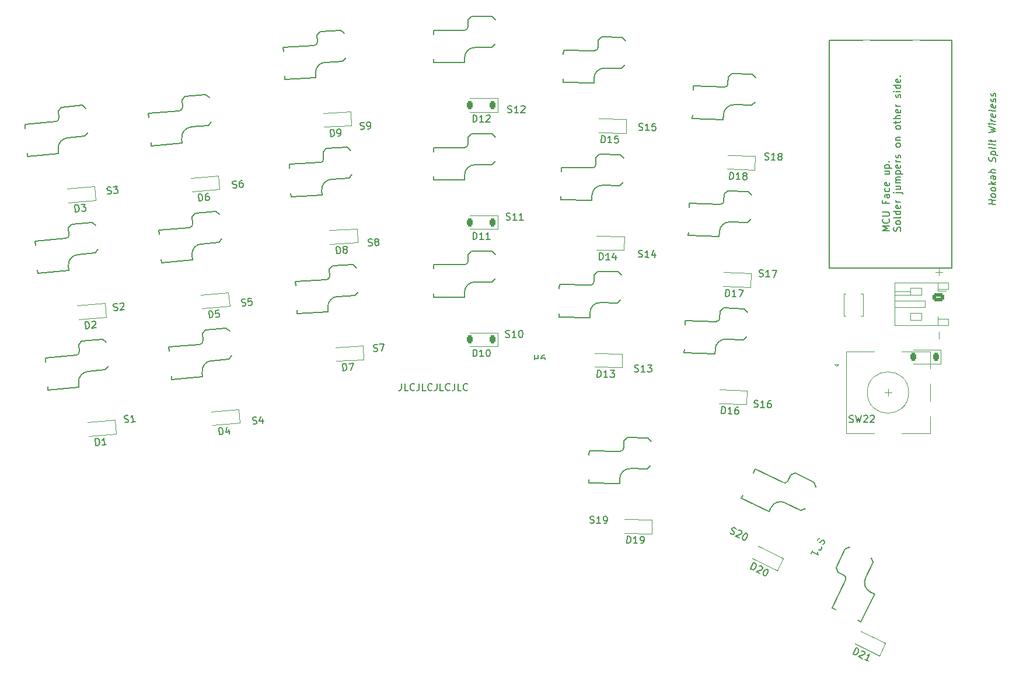
<source format=gto>
G04 #@! TF.GenerationSoftware,KiCad,Pcbnew,8.0.4*
G04 #@! TF.CreationDate,2024-09-08T01:48:39+02:00*
G04 #@! TF.ProjectId,hookah,686f6f6b-6168-42e6-9b69-6361645f7063,1*
G04 #@! TF.SameCoordinates,Original*
G04 #@! TF.FileFunction,Legend,Top*
G04 #@! TF.FilePolarity,Positive*
%FSLAX46Y46*%
G04 Gerber Fmt 4.6, Leading zero omitted, Abs format (unit mm)*
G04 Created by KiCad (PCBNEW 8.0.4) date 2024-09-08 01:48:39*
%MOMM*%
%LPD*%
G01*
G04 APERTURE LIST*
G04 Aperture macros list*
%AMRoundRect*
0 Rectangle with rounded corners*
0 $1 Rounding radius*
0 $2 $3 $4 $5 $6 $7 $8 $9 X,Y pos of 4 corners*
0 Add a 4 corners polygon primitive as box body*
4,1,4,$2,$3,$4,$5,$6,$7,$8,$9,$2,$3,0*
0 Add four circle primitives for the rounded corners*
1,1,$1+$1,$2,$3*
1,1,$1+$1,$4,$5*
1,1,$1+$1,$6,$7*
1,1,$1+$1,$8,$9*
0 Add four rect primitives between the rounded corners*
20,1,$1+$1,$2,$3,$4,$5,0*
20,1,$1+$1,$4,$5,$6,$7,0*
20,1,$1+$1,$6,$7,$8,$9,0*
20,1,$1+$1,$8,$9,$2,$3,0*%
%AMRotRect*
0 Rectangle, with rotation*
0 The origin of the aperture is its center*
0 $1 length*
0 $2 width*
0 $3 Rotation angle, in degrees counterclockwise*
0 Add horizontal line*
21,1,$1,$2,0,0,$3*%
%AMFreePoly0*
4,1,6,0.600000,0.200000,0.000000,-0.400000,-0.600000,0.200000,-0.600000,0.400000,0.600000,0.400000,0.600000,0.200000,0.600000,0.200000,$1*%
%AMFreePoly1*
4,1,6,0.600000,-0.250000,-0.600000,-0.250000,-0.600000,1.000000,0.000000,0.400000,0.600000,1.000000,0.600000,-0.250000,0.600000,-0.250000,$1*%
G04 Aperture macros list end*
%ADD10C,0.150000*%
%ADD11C,0.120000*%
%ADD12C,0.200000*%
%ADD13RoundRect,0.250000X-0.625000X0.350000X-0.625000X-0.350000X0.625000X-0.350000X0.625000X0.350000X0*%
%ADD14O,1.750000X1.200000*%
%ADD15RoundRect,0.225000X0.231510X0.371016X-0.218421X0.378870X-0.231510X-0.371016X0.218421X-0.378870X0*%
%ADD16C,1.701800*%
%ADD17C,3.000000*%
%ADD18C,3.429000*%
%ADD19RotRect,2.600000X2.600000X179.000000*%
%ADD20RoundRect,0.225000X0.225000X0.375000X-0.225000X0.375000X-0.225000X-0.375000X0.225000X-0.375000X0*%
%ADD21RotRect,2.600000X2.600000X244.000000*%
%ADD22RoundRect,0.225000X0.191460X0.393183X-0.256827X0.353963X-0.191460X-0.393183X0.256827X-0.353963X0*%
%ADD23RoundRect,0.225000X0.366618X0.238414X-0.037839X0.435681X-0.366618X-0.238414X0.037839X-0.435681X0*%
%ADD24RotRect,2.600000X2.600000X183.000000*%
%ADD25R,2.000000X2.000000*%
%ADD26C,2.000000*%
%ADD27R,3.200000X2.000000*%
%ADD28RotRect,2.600000X2.600000X185.000000*%
%ADD29C,3.600000*%
%ADD30RoundRect,0.225000X0.237950X0.366919X-0.211776X0.382624X-0.237950X-0.366919X0.211776X-0.382624X0*%
%ADD31C,1.524000*%
%ADD32FreePoly0,270.000000*%
%ADD33FreePoly0,90.000000*%
%ADD34R,1.524000X1.524000*%
%ADD35FreePoly1,270.000000*%
%ADD36FreePoly1,90.000000*%
%ADD37R,1.100000X0.600000*%
%ADD38R,1.000000X0.600000*%
%ADD39C,0.700000*%
%ADD40R,0.600000X1.000000*%
%ADD41R,2.600000X2.600000*%
%ADD42RotRect,2.600000X2.600000X154.000000*%
%ADD43RoundRect,0.225000X0.205066X0.386262X-0.244318X0.362710X-0.205066X-0.386262X0.244318X-0.362710X0*%
%ADD44R,1.700000X0.900000*%
%ADD45RotRect,2.600000X2.600000X178.000000*%
G04 APERTURE END LIST*
D10*
X198968819Y-61777363D02*
X197968819Y-61652363D01*
X198445009Y-61711886D02*
X198445009Y-61140458D01*
X198968819Y-61205934D02*
X197968819Y-61080934D01*
X198968819Y-60586887D02*
X198921200Y-60676172D01*
X198921200Y-60676172D02*
X198873580Y-60717839D01*
X198873580Y-60717839D02*
X198778342Y-60753553D01*
X198778342Y-60753553D02*
X198492628Y-60717839D01*
X198492628Y-60717839D02*
X198397390Y-60658315D01*
X198397390Y-60658315D02*
X198349771Y-60604744D01*
X198349771Y-60604744D02*
X198302152Y-60503553D01*
X198302152Y-60503553D02*
X198302152Y-60360696D01*
X198302152Y-60360696D02*
X198349771Y-60271410D01*
X198349771Y-60271410D02*
X198397390Y-60229744D01*
X198397390Y-60229744D02*
X198492628Y-60194029D01*
X198492628Y-60194029D02*
X198778342Y-60229744D01*
X198778342Y-60229744D02*
X198873580Y-60289267D01*
X198873580Y-60289267D02*
X198921200Y-60342839D01*
X198921200Y-60342839D02*
X198968819Y-60444029D01*
X198968819Y-60444029D02*
X198968819Y-60586887D01*
X198968819Y-59682125D02*
X198921200Y-59771410D01*
X198921200Y-59771410D02*
X198873580Y-59813077D01*
X198873580Y-59813077D02*
X198778342Y-59848791D01*
X198778342Y-59848791D02*
X198492628Y-59813077D01*
X198492628Y-59813077D02*
X198397390Y-59753553D01*
X198397390Y-59753553D02*
X198349771Y-59699982D01*
X198349771Y-59699982D02*
X198302152Y-59598791D01*
X198302152Y-59598791D02*
X198302152Y-59455934D01*
X198302152Y-59455934D02*
X198349771Y-59366648D01*
X198349771Y-59366648D02*
X198397390Y-59324982D01*
X198397390Y-59324982D02*
X198492628Y-59289267D01*
X198492628Y-59289267D02*
X198778342Y-59324982D01*
X198778342Y-59324982D02*
X198873580Y-59384505D01*
X198873580Y-59384505D02*
X198921200Y-59438077D01*
X198921200Y-59438077D02*
X198968819Y-59539267D01*
X198968819Y-59539267D02*
X198968819Y-59682125D01*
X198968819Y-58920220D02*
X197968819Y-58795220D01*
X198587866Y-58777363D02*
X198968819Y-58539267D01*
X198302152Y-58455934D02*
X198683104Y-58884505D01*
X198968819Y-57682124D02*
X198445009Y-57616648D01*
X198445009Y-57616648D02*
X198349771Y-57652362D01*
X198349771Y-57652362D02*
X198302152Y-57741648D01*
X198302152Y-57741648D02*
X198302152Y-57932124D01*
X198302152Y-57932124D02*
X198349771Y-58033315D01*
X198921200Y-57676172D02*
X198968819Y-57777362D01*
X198968819Y-57777362D02*
X198968819Y-58015458D01*
X198968819Y-58015458D02*
X198921200Y-58104743D01*
X198921200Y-58104743D02*
X198825961Y-58140458D01*
X198825961Y-58140458D02*
X198730723Y-58128553D01*
X198730723Y-58128553D02*
X198635485Y-58069029D01*
X198635485Y-58069029D02*
X198587866Y-57967839D01*
X198587866Y-57967839D02*
X198587866Y-57729743D01*
X198587866Y-57729743D02*
X198540247Y-57628553D01*
X198968819Y-57205934D02*
X197968819Y-57080934D01*
X198968819Y-56777362D02*
X198445009Y-56711886D01*
X198445009Y-56711886D02*
X198349771Y-56747600D01*
X198349771Y-56747600D02*
X198302152Y-56836886D01*
X198302152Y-56836886D02*
X198302152Y-56979743D01*
X198302152Y-56979743D02*
X198349771Y-57080934D01*
X198349771Y-57080934D02*
X198397390Y-57134505D01*
X198921200Y-55580933D02*
X198968819Y-55444029D01*
X198968819Y-55444029D02*
X198968819Y-55205933D01*
X198968819Y-55205933D02*
X198921200Y-55104743D01*
X198921200Y-55104743D02*
X198873580Y-55051171D01*
X198873580Y-55051171D02*
X198778342Y-54991648D01*
X198778342Y-54991648D02*
X198683104Y-54979743D01*
X198683104Y-54979743D02*
X198587866Y-55015457D01*
X198587866Y-55015457D02*
X198540247Y-55057124D01*
X198540247Y-55057124D02*
X198492628Y-55146410D01*
X198492628Y-55146410D02*
X198445009Y-55330933D01*
X198445009Y-55330933D02*
X198397390Y-55420219D01*
X198397390Y-55420219D02*
X198349771Y-55461886D01*
X198349771Y-55461886D02*
X198254533Y-55497600D01*
X198254533Y-55497600D02*
X198159295Y-55485695D01*
X198159295Y-55485695D02*
X198064057Y-55426171D01*
X198064057Y-55426171D02*
X198016438Y-55372600D01*
X198016438Y-55372600D02*
X197968819Y-55271410D01*
X197968819Y-55271410D02*
X197968819Y-55033314D01*
X197968819Y-55033314D02*
X198016438Y-54896410D01*
X198302152Y-54503552D02*
X199302152Y-54628552D01*
X198349771Y-54509505D02*
X198302152Y-54408314D01*
X198302152Y-54408314D02*
X198302152Y-54217838D01*
X198302152Y-54217838D02*
X198349771Y-54128552D01*
X198349771Y-54128552D02*
X198397390Y-54086886D01*
X198397390Y-54086886D02*
X198492628Y-54051171D01*
X198492628Y-54051171D02*
X198778342Y-54086886D01*
X198778342Y-54086886D02*
X198873580Y-54146409D01*
X198873580Y-54146409D02*
X198921200Y-54199981D01*
X198921200Y-54199981D02*
X198968819Y-54301171D01*
X198968819Y-54301171D02*
X198968819Y-54491648D01*
X198968819Y-54491648D02*
X198921200Y-54580933D01*
X198968819Y-53539267D02*
X198921200Y-53628552D01*
X198921200Y-53628552D02*
X198825961Y-53664267D01*
X198825961Y-53664267D02*
X197968819Y-53557124D01*
X198968819Y-53158314D02*
X198302152Y-53074980D01*
X197968819Y-53033314D02*
X198016438Y-53086885D01*
X198016438Y-53086885D02*
X198064057Y-53045218D01*
X198064057Y-53045218D02*
X198016438Y-52991647D01*
X198016438Y-52991647D02*
X197968819Y-53033314D01*
X197968819Y-53033314D02*
X198064057Y-53045218D01*
X198302152Y-52741647D02*
X198302152Y-52360695D01*
X197968819Y-52557124D02*
X198825961Y-52664267D01*
X198825961Y-52664267D02*
X198921200Y-52628552D01*
X198921200Y-52628552D02*
X198968819Y-52539267D01*
X198968819Y-52539267D02*
X198968819Y-52444028D01*
X197968819Y-51319028D02*
X198968819Y-51205933D01*
X198968819Y-51205933D02*
X198254533Y-50926171D01*
X198254533Y-50926171D02*
X198968819Y-50824980D01*
X198968819Y-50824980D02*
X197968819Y-50461885D01*
X198968819Y-50205933D02*
X198302152Y-50122599D01*
X197968819Y-50080933D02*
X198016438Y-50134504D01*
X198016438Y-50134504D02*
X198064057Y-50092837D01*
X198064057Y-50092837D02*
X198016438Y-50039266D01*
X198016438Y-50039266D02*
X197968819Y-50080933D01*
X197968819Y-50080933D02*
X198064057Y-50092837D01*
X198968819Y-49729743D02*
X198302152Y-49646409D01*
X198492628Y-49670219D02*
X198397390Y-49610695D01*
X198397390Y-49610695D02*
X198349771Y-49557124D01*
X198349771Y-49557124D02*
X198302152Y-49455933D01*
X198302152Y-49455933D02*
X198302152Y-49360695D01*
X198921200Y-48723790D02*
X198968819Y-48824980D01*
X198968819Y-48824980D02*
X198968819Y-49015457D01*
X198968819Y-49015457D02*
X198921200Y-49104742D01*
X198921200Y-49104742D02*
X198825961Y-49140457D01*
X198825961Y-49140457D02*
X198445009Y-49092838D01*
X198445009Y-49092838D02*
X198349771Y-49033314D01*
X198349771Y-49033314D02*
X198302152Y-48932123D01*
X198302152Y-48932123D02*
X198302152Y-48741647D01*
X198302152Y-48741647D02*
X198349771Y-48652361D01*
X198349771Y-48652361D02*
X198445009Y-48616647D01*
X198445009Y-48616647D02*
X198540247Y-48628552D01*
X198540247Y-48628552D02*
X198635485Y-49116647D01*
X198968819Y-48110695D02*
X198921200Y-48199980D01*
X198921200Y-48199980D02*
X198825961Y-48235695D01*
X198825961Y-48235695D02*
X197968819Y-48128552D01*
X198921200Y-47342837D02*
X198968819Y-47444027D01*
X198968819Y-47444027D02*
X198968819Y-47634504D01*
X198968819Y-47634504D02*
X198921200Y-47723789D01*
X198921200Y-47723789D02*
X198825961Y-47759504D01*
X198825961Y-47759504D02*
X198445009Y-47711885D01*
X198445009Y-47711885D02*
X198349771Y-47652361D01*
X198349771Y-47652361D02*
X198302152Y-47551170D01*
X198302152Y-47551170D02*
X198302152Y-47360694D01*
X198302152Y-47360694D02*
X198349771Y-47271408D01*
X198349771Y-47271408D02*
X198445009Y-47235694D01*
X198445009Y-47235694D02*
X198540247Y-47247599D01*
X198540247Y-47247599D02*
X198635485Y-47735694D01*
X198921200Y-46914265D02*
X198968819Y-46824980D01*
X198968819Y-46824980D02*
X198968819Y-46634503D01*
X198968819Y-46634503D02*
X198921200Y-46533313D01*
X198921200Y-46533313D02*
X198825961Y-46473789D01*
X198825961Y-46473789D02*
X198778342Y-46467837D01*
X198778342Y-46467837D02*
X198683104Y-46503551D01*
X198683104Y-46503551D02*
X198635485Y-46592837D01*
X198635485Y-46592837D02*
X198635485Y-46735694D01*
X198635485Y-46735694D02*
X198587866Y-46824980D01*
X198587866Y-46824980D02*
X198492628Y-46860694D01*
X198492628Y-46860694D02*
X198445009Y-46854742D01*
X198445009Y-46854742D02*
X198349771Y-46795218D01*
X198349771Y-46795218D02*
X198302152Y-46694027D01*
X198302152Y-46694027D02*
X198302152Y-46551170D01*
X198302152Y-46551170D02*
X198349771Y-46461884D01*
X198921200Y-46104741D02*
X198968819Y-46015456D01*
X198968819Y-46015456D02*
X198968819Y-45824979D01*
X198968819Y-45824979D02*
X198921200Y-45723789D01*
X198921200Y-45723789D02*
X198825961Y-45664265D01*
X198825961Y-45664265D02*
X198778342Y-45658313D01*
X198778342Y-45658313D02*
X198683104Y-45694027D01*
X198683104Y-45694027D02*
X198635485Y-45783313D01*
X198635485Y-45783313D02*
X198635485Y-45926170D01*
X198635485Y-45926170D02*
X198587866Y-46015456D01*
X198587866Y-46015456D02*
X198492628Y-46051170D01*
X198492628Y-46051170D02*
X198445009Y-46045218D01*
X198445009Y-46045218D02*
X198349771Y-45985694D01*
X198349771Y-45985694D02*
X198302152Y-45884503D01*
X198302152Y-45884503D02*
X198302152Y-45741646D01*
X198302152Y-45741646D02*
X198349771Y-45652360D01*
X112751093Y-87745619D02*
X112751093Y-88459904D01*
X112751093Y-88459904D02*
X112703474Y-88602761D01*
X112703474Y-88602761D02*
X112608236Y-88698000D01*
X112608236Y-88698000D02*
X112465379Y-88745619D01*
X112465379Y-88745619D02*
X112370141Y-88745619D01*
X113703474Y-88745619D02*
X113227284Y-88745619D01*
X113227284Y-88745619D02*
X113227284Y-87745619D01*
X114608236Y-88650380D02*
X114560617Y-88698000D01*
X114560617Y-88698000D02*
X114417760Y-88745619D01*
X114417760Y-88745619D02*
X114322522Y-88745619D01*
X114322522Y-88745619D02*
X114179665Y-88698000D01*
X114179665Y-88698000D02*
X114084427Y-88602761D01*
X114084427Y-88602761D02*
X114036808Y-88507523D01*
X114036808Y-88507523D02*
X113989189Y-88317047D01*
X113989189Y-88317047D02*
X113989189Y-88174190D01*
X113989189Y-88174190D02*
X114036808Y-87983714D01*
X114036808Y-87983714D02*
X114084427Y-87888476D01*
X114084427Y-87888476D02*
X114179665Y-87793238D01*
X114179665Y-87793238D02*
X114322522Y-87745619D01*
X114322522Y-87745619D02*
X114417760Y-87745619D01*
X114417760Y-87745619D02*
X114560617Y-87793238D01*
X114560617Y-87793238D02*
X114608236Y-87840857D01*
X115322522Y-87745619D02*
X115322522Y-88459904D01*
X115322522Y-88459904D02*
X115274903Y-88602761D01*
X115274903Y-88602761D02*
X115179665Y-88698000D01*
X115179665Y-88698000D02*
X115036808Y-88745619D01*
X115036808Y-88745619D02*
X114941570Y-88745619D01*
X116274903Y-88745619D02*
X115798713Y-88745619D01*
X115798713Y-88745619D02*
X115798713Y-87745619D01*
X117179665Y-88650380D02*
X117132046Y-88698000D01*
X117132046Y-88698000D02*
X116989189Y-88745619D01*
X116989189Y-88745619D02*
X116893951Y-88745619D01*
X116893951Y-88745619D02*
X116751094Y-88698000D01*
X116751094Y-88698000D02*
X116655856Y-88602761D01*
X116655856Y-88602761D02*
X116608237Y-88507523D01*
X116608237Y-88507523D02*
X116560618Y-88317047D01*
X116560618Y-88317047D02*
X116560618Y-88174190D01*
X116560618Y-88174190D02*
X116608237Y-87983714D01*
X116608237Y-87983714D02*
X116655856Y-87888476D01*
X116655856Y-87888476D02*
X116751094Y-87793238D01*
X116751094Y-87793238D02*
X116893951Y-87745619D01*
X116893951Y-87745619D02*
X116989189Y-87745619D01*
X116989189Y-87745619D02*
X117132046Y-87793238D01*
X117132046Y-87793238D02*
X117179665Y-87840857D01*
X117893951Y-87745619D02*
X117893951Y-88459904D01*
X117893951Y-88459904D02*
X117846332Y-88602761D01*
X117846332Y-88602761D02*
X117751094Y-88698000D01*
X117751094Y-88698000D02*
X117608237Y-88745619D01*
X117608237Y-88745619D02*
X117512999Y-88745619D01*
X118846332Y-88745619D02*
X118370142Y-88745619D01*
X118370142Y-88745619D02*
X118370142Y-87745619D01*
X119751094Y-88650380D02*
X119703475Y-88698000D01*
X119703475Y-88698000D02*
X119560618Y-88745619D01*
X119560618Y-88745619D02*
X119465380Y-88745619D01*
X119465380Y-88745619D02*
X119322523Y-88698000D01*
X119322523Y-88698000D02*
X119227285Y-88602761D01*
X119227285Y-88602761D02*
X119179666Y-88507523D01*
X119179666Y-88507523D02*
X119132047Y-88317047D01*
X119132047Y-88317047D02*
X119132047Y-88174190D01*
X119132047Y-88174190D02*
X119179666Y-87983714D01*
X119179666Y-87983714D02*
X119227285Y-87888476D01*
X119227285Y-87888476D02*
X119322523Y-87793238D01*
X119322523Y-87793238D02*
X119465380Y-87745619D01*
X119465380Y-87745619D02*
X119560618Y-87745619D01*
X119560618Y-87745619D02*
X119703475Y-87793238D01*
X119703475Y-87793238D02*
X119751094Y-87840857D01*
X120465380Y-87745619D02*
X120465380Y-88459904D01*
X120465380Y-88459904D02*
X120417761Y-88602761D01*
X120417761Y-88602761D02*
X120322523Y-88698000D01*
X120322523Y-88698000D02*
X120179666Y-88745619D01*
X120179666Y-88745619D02*
X120084428Y-88745619D01*
X121417761Y-88745619D02*
X120941571Y-88745619D01*
X120941571Y-88745619D02*
X120941571Y-87745619D01*
X122322523Y-88650380D02*
X122274904Y-88698000D01*
X122274904Y-88698000D02*
X122132047Y-88745619D01*
X122132047Y-88745619D02*
X122036809Y-88745619D01*
X122036809Y-88745619D02*
X121893952Y-88698000D01*
X121893952Y-88698000D02*
X121798714Y-88602761D01*
X121798714Y-88602761D02*
X121751095Y-88507523D01*
X121751095Y-88507523D02*
X121703476Y-88317047D01*
X121703476Y-88317047D02*
X121703476Y-88174190D01*
X121703476Y-88174190D02*
X121751095Y-87983714D01*
X121751095Y-87983714D02*
X121798714Y-87888476D01*
X121798714Y-87888476D02*
X121893952Y-87793238D01*
X121893952Y-87793238D02*
X122036809Y-87745619D01*
X122036809Y-87745619D02*
X122132047Y-87745619D01*
X122132047Y-87745619D02*
X122274904Y-87793238D01*
X122274904Y-87793238D02*
X122322523Y-87840857D01*
X183540362Y-65577077D02*
X182540362Y-65577077D01*
X182540362Y-65577077D02*
X183254647Y-65243744D01*
X183254647Y-65243744D02*
X182540362Y-64910411D01*
X182540362Y-64910411D02*
X183540362Y-64910411D01*
X183445123Y-63862792D02*
X183492743Y-63910411D01*
X183492743Y-63910411D02*
X183540362Y-64053268D01*
X183540362Y-64053268D02*
X183540362Y-64148506D01*
X183540362Y-64148506D02*
X183492743Y-64291363D01*
X183492743Y-64291363D02*
X183397504Y-64386601D01*
X183397504Y-64386601D02*
X183302266Y-64434220D01*
X183302266Y-64434220D02*
X183111790Y-64481839D01*
X183111790Y-64481839D02*
X182968933Y-64481839D01*
X182968933Y-64481839D02*
X182778457Y-64434220D01*
X182778457Y-64434220D02*
X182683219Y-64386601D01*
X182683219Y-64386601D02*
X182587981Y-64291363D01*
X182587981Y-64291363D02*
X182540362Y-64148506D01*
X182540362Y-64148506D02*
X182540362Y-64053268D01*
X182540362Y-64053268D02*
X182587981Y-63910411D01*
X182587981Y-63910411D02*
X182635600Y-63862792D01*
X182540362Y-63434220D02*
X183349885Y-63434220D01*
X183349885Y-63434220D02*
X183445123Y-63386601D01*
X183445123Y-63386601D02*
X183492743Y-63338982D01*
X183492743Y-63338982D02*
X183540362Y-63243744D01*
X183540362Y-63243744D02*
X183540362Y-63053268D01*
X183540362Y-63053268D02*
X183492743Y-62958030D01*
X183492743Y-62958030D02*
X183445123Y-62910411D01*
X183445123Y-62910411D02*
X183349885Y-62862792D01*
X183349885Y-62862792D02*
X182540362Y-62862792D01*
X183016552Y-61291363D02*
X183016552Y-61624696D01*
X183540362Y-61624696D02*
X182540362Y-61624696D01*
X182540362Y-61624696D02*
X182540362Y-61148506D01*
X183540362Y-60338982D02*
X183016552Y-60338982D01*
X183016552Y-60338982D02*
X182921314Y-60386601D01*
X182921314Y-60386601D02*
X182873695Y-60481839D01*
X182873695Y-60481839D02*
X182873695Y-60672315D01*
X182873695Y-60672315D02*
X182921314Y-60767553D01*
X183492743Y-60338982D02*
X183540362Y-60434220D01*
X183540362Y-60434220D02*
X183540362Y-60672315D01*
X183540362Y-60672315D02*
X183492743Y-60767553D01*
X183492743Y-60767553D02*
X183397504Y-60815172D01*
X183397504Y-60815172D02*
X183302266Y-60815172D01*
X183302266Y-60815172D02*
X183207028Y-60767553D01*
X183207028Y-60767553D02*
X183159409Y-60672315D01*
X183159409Y-60672315D02*
X183159409Y-60434220D01*
X183159409Y-60434220D02*
X183111790Y-60338982D01*
X183492743Y-59434220D02*
X183540362Y-59529458D01*
X183540362Y-59529458D02*
X183540362Y-59719934D01*
X183540362Y-59719934D02*
X183492743Y-59815172D01*
X183492743Y-59815172D02*
X183445123Y-59862791D01*
X183445123Y-59862791D02*
X183349885Y-59910410D01*
X183349885Y-59910410D02*
X183064171Y-59910410D01*
X183064171Y-59910410D02*
X182968933Y-59862791D01*
X182968933Y-59862791D02*
X182921314Y-59815172D01*
X182921314Y-59815172D02*
X182873695Y-59719934D01*
X182873695Y-59719934D02*
X182873695Y-59529458D01*
X182873695Y-59529458D02*
X182921314Y-59434220D01*
X183492743Y-58624696D02*
X183540362Y-58719934D01*
X183540362Y-58719934D02*
X183540362Y-58910410D01*
X183540362Y-58910410D02*
X183492743Y-59005648D01*
X183492743Y-59005648D02*
X183397504Y-59053267D01*
X183397504Y-59053267D02*
X183016552Y-59053267D01*
X183016552Y-59053267D02*
X182921314Y-59005648D01*
X182921314Y-59005648D02*
X182873695Y-58910410D01*
X182873695Y-58910410D02*
X182873695Y-58719934D01*
X182873695Y-58719934D02*
X182921314Y-58624696D01*
X182921314Y-58624696D02*
X183016552Y-58577077D01*
X183016552Y-58577077D02*
X183111790Y-58577077D01*
X183111790Y-58577077D02*
X183207028Y-59053267D01*
X182873695Y-56958029D02*
X183540362Y-56958029D01*
X182873695Y-57386600D02*
X183397504Y-57386600D01*
X183397504Y-57386600D02*
X183492743Y-57338981D01*
X183492743Y-57338981D02*
X183540362Y-57243743D01*
X183540362Y-57243743D02*
X183540362Y-57100886D01*
X183540362Y-57100886D02*
X183492743Y-57005648D01*
X183492743Y-57005648D02*
X183445123Y-56958029D01*
X182873695Y-56481838D02*
X183873695Y-56481838D01*
X182921314Y-56481838D02*
X182873695Y-56386600D01*
X182873695Y-56386600D02*
X182873695Y-56196124D01*
X182873695Y-56196124D02*
X182921314Y-56100886D01*
X182921314Y-56100886D02*
X182968933Y-56053267D01*
X182968933Y-56053267D02*
X183064171Y-56005648D01*
X183064171Y-56005648D02*
X183349885Y-56005648D01*
X183349885Y-56005648D02*
X183445123Y-56053267D01*
X183445123Y-56053267D02*
X183492743Y-56100886D01*
X183492743Y-56100886D02*
X183540362Y-56196124D01*
X183540362Y-56196124D02*
X183540362Y-56386600D01*
X183540362Y-56386600D02*
X183492743Y-56481838D01*
X183445123Y-55577076D02*
X183492743Y-55529457D01*
X183492743Y-55529457D02*
X183540362Y-55577076D01*
X183540362Y-55577076D02*
X183492743Y-55624695D01*
X183492743Y-55624695D02*
X183445123Y-55577076D01*
X183445123Y-55577076D02*
X183540362Y-55577076D01*
X185102687Y-65624696D02*
X185150306Y-65481839D01*
X185150306Y-65481839D02*
X185150306Y-65243744D01*
X185150306Y-65243744D02*
X185102687Y-65148506D01*
X185102687Y-65148506D02*
X185055067Y-65100887D01*
X185055067Y-65100887D02*
X184959829Y-65053268D01*
X184959829Y-65053268D02*
X184864591Y-65053268D01*
X184864591Y-65053268D02*
X184769353Y-65100887D01*
X184769353Y-65100887D02*
X184721734Y-65148506D01*
X184721734Y-65148506D02*
X184674115Y-65243744D01*
X184674115Y-65243744D02*
X184626496Y-65434220D01*
X184626496Y-65434220D02*
X184578877Y-65529458D01*
X184578877Y-65529458D02*
X184531258Y-65577077D01*
X184531258Y-65577077D02*
X184436020Y-65624696D01*
X184436020Y-65624696D02*
X184340782Y-65624696D01*
X184340782Y-65624696D02*
X184245544Y-65577077D01*
X184245544Y-65577077D02*
X184197925Y-65529458D01*
X184197925Y-65529458D02*
X184150306Y-65434220D01*
X184150306Y-65434220D02*
X184150306Y-65196125D01*
X184150306Y-65196125D02*
X184197925Y-65053268D01*
X185150306Y-64481839D02*
X185102687Y-64577077D01*
X185102687Y-64577077D02*
X185055067Y-64624696D01*
X185055067Y-64624696D02*
X184959829Y-64672315D01*
X184959829Y-64672315D02*
X184674115Y-64672315D01*
X184674115Y-64672315D02*
X184578877Y-64624696D01*
X184578877Y-64624696D02*
X184531258Y-64577077D01*
X184531258Y-64577077D02*
X184483639Y-64481839D01*
X184483639Y-64481839D02*
X184483639Y-64338982D01*
X184483639Y-64338982D02*
X184531258Y-64243744D01*
X184531258Y-64243744D02*
X184578877Y-64196125D01*
X184578877Y-64196125D02*
X184674115Y-64148506D01*
X184674115Y-64148506D02*
X184959829Y-64148506D01*
X184959829Y-64148506D02*
X185055067Y-64196125D01*
X185055067Y-64196125D02*
X185102687Y-64243744D01*
X185102687Y-64243744D02*
X185150306Y-64338982D01*
X185150306Y-64338982D02*
X185150306Y-64481839D01*
X185150306Y-63577077D02*
X185102687Y-63672315D01*
X185102687Y-63672315D02*
X185007448Y-63719934D01*
X185007448Y-63719934D02*
X184150306Y-63719934D01*
X185150306Y-62767553D02*
X184150306Y-62767553D01*
X185102687Y-62767553D02*
X185150306Y-62862791D01*
X185150306Y-62862791D02*
X185150306Y-63053267D01*
X185150306Y-63053267D02*
X185102687Y-63148505D01*
X185102687Y-63148505D02*
X185055067Y-63196124D01*
X185055067Y-63196124D02*
X184959829Y-63243743D01*
X184959829Y-63243743D02*
X184674115Y-63243743D01*
X184674115Y-63243743D02*
X184578877Y-63196124D01*
X184578877Y-63196124D02*
X184531258Y-63148505D01*
X184531258Y-63148505D02*
X184483639Y-63053267D01*
X184483639Y-63053267D02*
X184483639Y-62862791D01*
X184483639Y-62862791D02*
X184531258Y-62767553D01*
X185102687Y-61910410D02*
X185150306Y-62005648D01*
X185150306Y-62005648D02*
X185150306Y-62196124D01*
X185150306Y-62196124D02*
X185102687Y-62291362D01*
X185102687Y-62291362D02*
X185007448Y-62338981D01*
X185007448Y-62338981D02*
X184626496Y-62338981D01*
X184626496Y-62338981D02*
X184531258Y-62291362D01*
X184531258Y-62291362D02*
X184483639Y-62196124D01*
X184483639Y-62196124D02*
X184483639Y-62005648D01*
X184483639Y-62005648D02*
X184531258Y-61910410D01*
X184531258Y-61910410D02*
X184626496Y-61862791D01*
X184626496Y-61862791D02*
X184721734Y-61862791D01*
X184721734Y-61862791D02*
X184816972Y-62338981D01*
X185150306Y-61434219D02*
X184483639Y-61434219D01*
X184674115Y-61434219D02*
X184578877Y-61386600D01*
X184578877Y-61386600D02*
X184531258Y-61338981D01*
X184531258Y-61338981D02*
X184483639Y-61243743D01*
X184483639Y-61243743D02*
X184483639Y-61148505D01*
X184483639Y-60053266D02*
X185340782Y-60053266D01*
X185340782Y-60053266D02*
X185436020Y-60100885D01*
X185436020Y-60100885D02*
X185483639Y-60196123D01*
X185483639Y-60196123D02*
X185483639Y-60243742D01*
X184150306Y-60053266D02*
X184197925Y-60100885D01*
X184197925Y-60100885D02*
X184245544Y-60053266D01*
X184245544Y-60053266D02*
X184197925Y-60005647D01*
X184197925Y-60005647D02*
X184150306Y-60053266D01*
X184150306Y-60053266D02*
X184245544Y-60053266D01*
X184483639Y-59148505D02*
X185150306Y-59148505D01*
X184483639Y-59577076D02*
X185007448Y-59577076D01*
X185007448Y-59577076D02*
X185102687Y-59529457D01*
X185102687Y-59529457D02*
X185150306Y-59434219D01*
X185150306Y-59434219D02*
X185150306Y-59291362D01*
X185150306Y-59291362D02*
X185102687Y-59196124D01*
X185102687Y-59196124D02*
X185055067Y-59148505D01*
X185150306Y-58672314D02*
X184483639Y-58672314D01*
X184578877Y-58672314D02*
X184531258Y-58624695D01*
X184531258Y-58624695D02*
X184483639Y-58529457D01*
X184483639Y-58529457D02*
X184483639Y-58386600D01*
X184483639Y-58386600D02*
X184531258Y-58291362D01*
X184531258Y-58291362D02*
X184626496Y-58243743D01*
X184626496Y-58243743D02*
X185150306Y-58243743D01*
X184626496Y-58243743D02*
X184531258Y-58196124D01*
X184531258Y-58196124D02*
X184483639Y-58100886D01*
X184483639Y-58100886D02*
X184483639Y-57958029D01*
X184483639Y-57958029D02*
X184531258Y-57862790D01*
X184531258Y-57862790D02*
X184626496Y-57815171D01*
X184626496Y-57815171D02*
X185150306Y-57815171D01*
X184483639Y-57338981D02*
X185483639Y-57338981D01*
X184531258Y-57338981D02*
X184483639Y-57243743D01*
X184483639Y-57243743D02*
X184483639Y-57053267D01*
X184483639Y-57053267D02*
X184531258Y-56958029D01*
X184531258Y-56958029D02*
X184578877Y-56910410D01*
X184578877Y-56910410D02*
X184674115Y-56862791D01*
X184674115Y-56862791D02*
X184959829Y-56862791D01*
X184959829Y-56862791D02*
X185055067Y-56910410D01*
X185055067Y-56910410D02*
X185102687Y-56958029D01*
X185102687Y-56958029D02*
X185150306Y-57053267D01*
X185150306Y-57053267D02*
X185150306Y-57243743D01*
X185150306Y-57243743D02*
X185102687Y-57338981D01*
X185102687Y-56053267D02*
X185150306Y-56148505D01*
X185150306Y-56148505D02*
X185150306Y-56338981D01*
X185150306Y-56338981D02*
X185102687Y-56434219D01*
X185102687Y-56434219D02*
X185007448Y-56481838D01*
X185007448Y-56481838D02*
X184626496Y-56481838D01*
X184626496Y-56481838D02*
X184531258Y-56434219D01*
X184531258Y-56434219D02*
X184483639Y-56338981D01*
X184483639Y-56338981D02*
X184483639Y-56148505D01*
X184483639Y-56148505D02*
X184531258Y-56053267D01*
X184531258Y-56053267D02*
X184626496Y-56005648D01*
X184626496Y-56005648D02*
X184721734Y-56005648D01*
X184721734Y-56005648D02*
X184816972Y-56481838D01*
X185150306Y-55577076D02*
X184483639Y-55577076D01*
X184674115Y-55577076D02*
X184578877Y-55529457D01*
X184578877Y-55529457D02*
X184531258Y-55481838D01*
X184531258Y-55481838D02*
X184483639Y-55386600D01*
X184483639Y-55386600D02*
X184483639Y-55291362D01*
X185102687Y-55005647D02*
X185150306Y-54910409D01*
X185150306Y-54910409D02*
X185150306Y-54719933D01*
X185150306Y-54719933D02*
X185102687Y-54624695D01*
X185102687Y-54624695D02*
X185007448Y-54577076D01*
X185007448Y-54577076D02*
X184959829Y-54577076D01*
X184959829Y-54577076D02*
X184864591Y-54624695D01*
X184864591Y-54624695D02*
X184816972Y-54719933D01*
X184816972Y-54719933D02*
X184816972Y-54862790D01*
X184816972Y-54862790D02*
X184769353Y-54958028D01*
X184769353Y-54958028D02*
X184674115Y-55005647D01*
X184674115Y-55005647D02*
X184626496Y-55005647D01*
X184626496Y-55005647D02*
X184531258Y-54958028D01*
X184531258Y-54958028D02*
X184483639Y-54862790D01*
X184483639Y-54862790D02*
X184483639Y-54719933D01*
X184483639Y-54719933D02*
X184531258Y-54624695D01*
X185150306Y-53243742D02*
X185102687Y-53338980D01*
X185102687Y-53338980D02*
X185055067Y-53386599D01*
X185055067Y-53386599D02*
X184959829Y-53434218D01*
X184959829Y-53434218D02*
X184674115Y-53434218D01*
X184674115Y-53434218D02*
X184578877Y-53386599D01*
X184578877Y-53386599D02*
X184531258Y-53338980D01*
X184531258Y-53338980D02*
X184483639Y-53243742D01*
X184483639Y-53243742D02*
X184483639Y-53100885D01*
X184483639Y-53100885D02*
X184531258Y-53005647D01*
X184531258Y-53005647D02*
X184578877Y-52958028D01*
X184578877Y-52958028D02*
X184674115Y-52910409D01*
X184674115Y-52910409D02*
X184959829Y-52910409D01*
X184959829Y-52910409D02*
X185055067Y-52958028D01*
X185055067Y-52958028D02*
X185102687Y-53005647D01*
X185102687Y-53005647D02*
X185150306Y-53100885D01*
X185150306Y-53100885D02*
X185150306Y-53243742D01*
X184483639Y-52481837D02*
X185150306Y-52481837D01*
X184578877Y-52481837D02*
X184531258Y-52434218D01*
X184531258Y-52434218D02*
X184483639Y-52338980D01*
X184483639Y-52338980D02*
X184483639Y-52196123D01*
X184483639Y-52196123D02*
X184531258Y-52100885D01*
X184531258Y-52100885D02*
X184626496Y-52053266D01*
X184626496Y-52053266D02*
X185150306Y-52053266D01*
X185150306Y-50672313D02*
X185102687Y-50767551D01*
X185102687Y-50767551D02*
X185055067Y-50815170D01*
X185055067Y-50815170D02*
X184959829Y-50862789D01*
X184959829Y-50862789D02*
X184674115Y-50862789D01*
X184674115Y-50862789D02*
X184578877Y-50815170D01*
X184578877Y-50815170D02*
X184531258Y-50767551D01*
X184531258Y-50767551D02*
X184483639Y-50672313D01*
X184483639Y-50672313D02*
X184483639Y-50529456D01*
X184483639Y-50529456D02*
X184531258Y-50434218D01*
X184531258Y-50434218D02*
X184578877Y-50386599D01*
X184578877Y-50386599D02*
X184674115Y-50338980D01*
X184674115Y-50338980D02*
X184959829Y-50338980D01*
X184959829Y-50338980D02*
X185055067Y-50386599D01*
X185055067Y-50386599D02*
X185102687Y-50434218D01*
X185102687Y-50434218D02*
X185150306Y-50529456D01*
X185150306Y-50529456D02*
X185150306Y-50672313D01*
X184483639Y-50053265D02*
X184483639Y-49672313D01*
X184150306Y-49910408D02*
X185007448Y-49910408D01*
X185007448Y-49910408D02*
X185102687Y-49862789D01*
X185102687Y-49862789D02*
X185150306Y-49767551D01*
X185150306Y-49767551D02*
X185150306Y-49672313D01*
X185150306Y-49338979D02*
X184150306Y-49338979D01*
X185150306Y-48910408D02*
X184626496Y-48910408D01*
X184626496Y-48910408D02*
X184531258Y-48958027D01*
X184531258Y-48958027D02*
X184483639Y-49053265D01*
X184483639Y-49053265D02*
X184483639Y-49196122D01*
X184483639Y-49196122D02*
X184531258Y-49291360D01*
X184531258Y-49291360D02*
X184578877Y-49338979D01*
X185102687Y-48053265D02*
X185150306Y-48148503D01*
X185150306Y-48148503D02*
X185150306Y-48338979D01*
X185150306Y-48338979D02*
X185102687Y-48434217D01*
X185102687Y-48434217D02*
X185007448Y-48481836D01*
X185007448Y-48481836D02*
X184626496Y-48481836D01*
X184626496Y-48481836D02*
X184531258Y-48434217D01*
X184531258Y-48434217D02*
X184483639Y-48338979D01*
X184483639Y-48338979D02*
X184483639Y-48148503D01*
X184483639Y-48148503D02*
X184531258Y-48053265D01*
X184531258Y-48053265D02*
X184626496Y-48005646D01*
X184626496Y-48005646D02*
X184721734Y-48005646D01*
X184721734Y-48005646D02*
X184816972Y-48481836D01*
X185150306Y-47577074D02*
X184483639Y-47577074D01*
X184674115Y-47577074D02*
X184578877Y-47529455D01*
X184578877Y-47529455D02*
X184531258Y-47481836D01*
X184531258Y-47481836D02*
X184483639Y-47386598D01*
X184483639Y-47386598D02*
X184483639Y-47291360D01*
X185102687Y-46243740D02*
X185150306Y-46148502D01*
X185150306Y-46148502D02*
X185150306Y-45958026D01*
X185150306Y-45958026D02*
X185102687Y-45862788D01*
X185102687Y-45862788D02*
X185007448Y-45815169D01*
X185007448Y-45815169D02*
X184959829Y-45815169D01*
X184959829Y-45815169D02*
X184864591Y-45862788D01*
X184864591Y-45862788D02*
X184816972Y-45958026D01*
X184816972Y-45958026D02*
X184816972Y-46100883D01*
X184816972Y-46100883D02*
X184769353Y-46196121D01*
X184769353Y-46196121D02*
X184674115Y-46243740D01*
X184674115Y-46243740D02*
X184626496Y-46243740D01*
X184626496Y-46243740D02*
X184531258Y-46196121D01*
X184531258Y-46196121D02*
X184483639Y-46100883D01*
X184483639Y-46100883D02*
X184483639Y-45958026D01*
X184483639Y-45958026D02*
X184531258Y-45862788D01*
X185150306Y-45386597D02*
X184483639Y-45386597D01*
X184150306Y-45386597D02*
X184197925Y-45434216D01*
X184197925Y-45434216D02*
X184245544Y-45386597D01*
X184245544Y-45386597D02*
X184197925Y-45338978D01*
X184197925Y-45338978D02*
X184150306Y-45386597D01*
X184150306Y-45386597D02*
X184245544Y-45386597D01*
X185150306Y-44481836D02*
X184150306Y-44481836D01*
X185102687Y-44481836D02*
X185150306Y-44577074D01*
X185150306Y-44577074D02*
X185150306Y-44767550D01*
X185150306Y-44767550D02*
X185102687Y-44862788D01*
X185102687Y-44862788D02*
X185055067Y-44910407D01*
X185055067Y-44910407D02*
X184959829Y-44958026D01*
X184959829Y-44958026D02*
X184674115Y-44958026D01*
X184674115Y-44958026D02*
X184578877Y-44910407D01*
X184578877Y-44910407D02*
X184531258Y-44862788D01*
X184531258Y-44862788D02*
X184483639Y-44767550D01*
X184483639Y-44767550D02*
X184483639Y-44577074D01*
X184483639Y-44577074D02*
X184531258Y-44481836D01*
X185102687Y-43624693D02*
X185150306Y-43719931D01*
X185150306Y-43719931D02*
X185150306Y-43910407D01*
X185150306Y-43910407D02*
X185102687Y-44005645D01*
X185102687Y-44005645D02*
X185007448Y-44053264D01*
X185007448Y-44053264D02*
X184626496Y-44053264D01*
X184626496Y-44053264D02*
X184531258Y-44005645D01*
X184531258Y-44005645D02*
X184483639Y-43910407D01*
X184483639Y-43910407D02*
X184483639Y-43719931D01*
X184483639Y-43719931D02*
X184531258Y-43624693D01*
X184531258Y-43624693D02*
X184626496Y-43577074D01*
X184626496Y-43577074D02*
X184721734Y-43577074D01*
X184721734Y-43577074D02*
X184816972Y-44053264D01*
X185055067Y-43148502D02*
X185102687Y-43100883D01*
X185102687Y-43100883D02*
X185150306Y-43148502D01*
X185150306Y-43148502D02*
X185102687Y-43196121D01*
X185102687Y-43196121D02*
X185055067Y-43148502D01*
X185055067Y-43148502D02*
X185150306Y-43148502D01*
X141152084Y-86795705D02*
X141169536Y-85795857D01*
X141169536Y-85795857D02*
X141407595Y-85800013D01*
X141407595Y-85800013D02*
X141549600Y-85850118D01*
X141549600Y-85850118D02*
X141643161Y-85947003D01*
X141643161Y-85947003D02*
X141689111Y-86043058D01*
X141689111Y-86043058D02*
X141733398Y-86234336D01*
X141733398Y-86234336D02*
X141730905Y-86377172D01*
X141730905Y-86377172D02*
X141679969Y-86566788D01*
X141679969Y-86566788D02*
X141630695Y-86661180D01*
X141630695Y-86661180D02*
X141533809Y-86754742D01*
X141533809Y-86754742D02*
X141390143Y-86799860D01*
X141390143Y-86799860D02*
X141152084Y-86795705D01*
X142675661Y-86822299D02*
X142104320Y-86812326D01*
X142389991Y-86817313D02*
X142407443Y-85817465D01*
X142407443Y-85817465D02*
X142309726Y-85958638D01*
X142309726Y-85958638D02*
X142212841Y-86052200D01*
X142212841Y-86052200D02*
X142116786Y-86098149D01*
X143026396Y-85828269D02*
X143645350Y-85839073D01*
X143645350Y-85839073D02*
X143305419Y-86214150D01*
X143305419Y-86214150D02*
X143448254Y-86216643D01*
X143448254Y-86216643D02*
X143542647Y-86265917D01*
X143542647Y-86265917D02*
X143589427Y-86314360D01*
X143589427Y-86314360D02*
X143635377Y-86410414D01*
X143635377Y-86410414D02*
X143631222Y-86648473D01*
X143631222Y-86648473D02*
X143581948Y-86742866D01*
X143581948Y-86742866D02*
X143533505Y-86789647D01*
X143533505Y-86789647D02*
X143437450Y-86835596D01*
X143437450Y-86835596D02*
X143151779Y-86830610D01*
X143151779Y-86830610D02*
X143057387Y-86781336D01*
X143057387Y-86781336D02*
X143010606Y-86732893D01*
X146569349Y-85974907D02*
X146711353Y-86025012D01*
X146711353Y-86025012D02*
X146949412Y-86029167D01*
X146949412Y-86029167D02*
X147045467Y-85983217D01*
X147045467Y-85983217D02*
X147093909Y-85936437D01*
X147093909Y-85936437D02*
X147143183Y-85842044D01*
X147143183Y-85842044D02*
X147144846Y-85746821D01*
X147144846Y-85746821D02*
X147098896Y-85650766D01*
X147098896Y-85650766D02*
X147052115Y-85602323D01*
X147052115Y-85602323D02*
X146957723Y-85553049D01*
X146957723Y-85553049D02*
X146768106Y-85502113D01*
X146768106Y-85502113D02*
X146673714Y-85452839D01*
X146673714Y-85452839D02*
X146626933Y-85404396D01*
X146626933Y-85404396D02*
X146580984Y-85308342D01*
X146580984Y-85308342D02*
X146582646Y-85213118D01*
X146582646Y-85213118D02*
X146631920Y-85118726D01*
X146631920Y-85118726D02*
X146680363Y-85071945D01*
X146680363Y-85071945D02*
X146776417Y-85025995D01*
X146776417Y-85025995D02*
X147014476Y-85030150D01*
X147014476Y-85030150D02*
X147156480Y-85080255D01*
X148092095Y-86049113D02*
X147520754Y-86039140D01*
X147806424Y-86044126D02*
X147823877Y-85044279D01*
X147823877Y-85044279D02*
X147726160Y-85185452D01*
X147726160Y-85185452D02*
X147629274Y-85279013D01*
X147629274Y-85279013D02*
X147533220Y-85324963D01*
X148442830Y-85055082D02*
X149061783Y-85065886D01*
X149061783Y-85065886D02*
X148721852Y-85440963D01*
X148721852Y-85440963D02*
X148864688Y-85443456D01*
X148864688Y-85443456D02*
X148959080Y-85492730D01*
X148959080Y-85492730D02*
X149005861Y-85541173D01*
X149005861Y-85541173D02*
X149051811Y-85637228D01*
X149051811Y-85637228D02*
X149047655Y-85875287D01*
X149047655Y-85875287D02*
X148998381Y-85969679D01*
X148998381Y-85969679D02*
X148949938Y-86016460D01*
X148949938Y-86016460D02*
X148853884Y-86062410D01*
X148853884Y-86062410D02*
X148568213Y-86057423D01*
X148568213Y-86057423D02*
X148473821Y-86008149D01*
X148473821Y-86008149D02*
X148427040Y-85959707D01*
X123125916Y-83819070D02*
X123125916Y-82819070D01*
X123125916Y-82819070D02*
X123364011Y-82819070D01*
X123364011Y-82819070D02*
X123506868Y-82866689D01*
X123506868Y-82866689D02*
X123602106Y-82961927D01*
X123602106Y-82961927D02*
X123649725Y-83057165D01*
X123649725Y-83057165D02*
X123697344Y-83247641D01*
X123697344Y-83247641D02*
X123697344Y-83390498D01*
X123697344Y-83390498D02*
X123649725Y-83580974D01*
X123649725Y-83580974D02*
X123602106Y-83676212D01*
X123602106Y-83676212D02*
X123506868Y-83771451D01*
X123506868Y-83771451D02*
X123364011Y-83819070D01*
X123364011Y-83819070D02*
X123125916Y-83819070D01*
X124649725Y-83819070D02*
X124078297Y-83819070D01*
X124364011Y-83819070D02*
X124364011Y-82819070D01*
X124364011Y-82819070D02*
X124268773Y-82961927D01*
X124268773Y-82961927D02*
X124173535Y-83057165D01*
X124173535Y-83057165D02*
X124078297Y-83104784D01*
X125268773Y-82819070D02*
X125364011Y-82819070D01*
X125364011Y-82819070D02*
X125459249Y-82866689D01*
X125459249Y-82866689D02*
X125506868Y-82914308D01*
X125506868Y-82914308D02*
X125554487Y-83009546D01*
X125554487Y-83009546D02*
X125602106Y-83200022D01*
X125602106Y-83200022D02*
X125602106Y-83438117D01*
X125602106Y-83438117D02*
X125554487Y-83628593D01*
X125554487Y-83628593D02*
X125506868Y-83723831D01*
X125506868Y-83723831D02*
X125459249Y-83771451D01*
X125459249Y-83771451D02*
X125364011Y-83819070D01*
X125364011Y-83819070D02*
X125268773Y-83819070D01*
X125268773Y-83819070D02*
X125173535Y-83771451D01*
X125173535Y-83771451D02*
X125125916Y-83723831D01*
X125125916Y-83723831D02*
X125078297Y-83628593D01*
X125078297Y-83628593D02*
X125030678Y-83438117D01*
X125030678Y-83438117D02*
X125030678Y-83200022D01*
X125030678Y-83200022D02*
X125078297Y-83009546D01*
X125078297Y-83009546D02*
X125125916Y-82914308D01*
X125125916Y-82914308D02*
X125173535Y-82866689D01*
X125173535Y-82866689D02*
X125268773Y-82819070D01*
X147128150Y-69363308D02*
X147270154Y-69413413D01*
X147270154Y-69413413D02*
X147508213Y-69417568D01*
X147508213Y-69417568D02*
X147604268Y-69371618D01*
X147604268Y-69371618D02*
X147652710Y-69324838D01*
X147652710Y-69324838D02*
X147701984Y-69230445D01*
X147701984Y-69230445D02*
X147703647Y-69135222D01*
X147703647Y-69135222D02*
X147657697Y-69039167D01*
X147657697Y-69039167D02*
X147610916Y-68990724D01*
X147610916Y-68990724D02*
X147516524Y-68941450D01*
X147516524Y-68941450D02*
X147326907Y-68890514D01*
X147326907Y-68890514D02*
X147232515Y-68841240D01*
X147232515Y-68841240D02*
X147185734Y-68792797D01*
X147185734Y-68792797D02*
X147139785Y-68696743D01*
X147139785Y-68696743D02*
X147141447Y-68601519D01*
X147141447Y-68601519D02*
X147190721Y-68507127D01*
X147190721Y-68507127D02*
X147239164Y-68460346D01*
X147239164Y-68460346D02*
X147335218Y-68414396D01*
X147335218Y-68414396D02*
X147573277Y-68418551D01*
X147573277Y-68418551D02*
X147715281Y-68468656D01*
X148650896Y-69437514D02*
X148079555Y-69427541D01*
X148365225Y-69432527D02*
X148382678Y-68432680D01*
X148382678Y-68432680D02*
X148284961Y-68573853D01*
X148284961Y-68573853D02*
X148188075Y-68667414D01*
X148188075Y-68667414D02*
X148092021Y-68713364D01*
X149519543Y-68785908D02*
X149507908Y-69452473D01*
X149288133Y-68400858D02*
X149037608Y-69110880D01*
X149037608Y-69110880D02*
X149656561Y-69121684D01*
X173342589Y-110167528D02*
X173237164Y-110275052D01*
X173237164Y-110275052D02*
X173132790Y-110489050D01*
X173132790Y-110489050D02*
X173133840Y-110595525D01*
X173133840Y-110595525D02*
X173155765Y-110659199D01*
X173155765Y-110659199D02*
X173220490Y-110743749D01*
X173220490Y-110743749D02*
X173306089Y-110785498D01*
X173306089Y-110785498D02*
X173412564Y-110784448D01*
X173412564Y-110784448D02*
X173476238Y-110762523D01*
X173476238Y-110762523D02*
X173560788Y-110697799D01*
X173560788Y-110697799D02*
X173687087Y-110547475D01*
X173687087Y-110547475D02*
X173771636Y-110482750D01*
X173771636Y-110482750D02*
X173835310Y-110460825D01*
X173835310Y-110460825D02*
X173941785Y-110459775D01*
X173941785Y-110459775D02*
X174027384Y-110501525D01*
X174027384Y-110501525D02*
X174092109Y-110586074D01*
X174092109Y-110586074D02*
X174114034Y-110649748D01*
X174114034Y-110649748D02*
X174115084Y-110756223D01*
X174115084Y-110756223D02*
X174010710Y-110970221D01*
X174010710Y-110970221D02*
X173905285Y-111077746D01*
X173695487Y-111399269D02*
X173717412Y-111462943D01*
X173717412Y-111462943D02*
X173718462Y-111569417D01*
X173718462Y-111569417D02*
X173614088Y-111783416D01*
X173614088Y-111783416D02*
X173529539Y-111848141D01*
X173529539Y-111848141D02*
X173465864Y-111870065D01*
X173465864Y-111870065D02*
X173359390Y-111871116D01*
X173359390Y-111871116D02*
X173273790Y-111829366D01*
X173273790Y-111829366D02*
X173166266Y-111723942D01*
X173166266Y-111723942D02*
X172903167Y-110959847D01*
X172903167Y-110959847D02*
X172631795Y-111516244D01*
X172214298Y-112372238D02*
X172464796Y-111858641D01*
X172339547Y-112115440D02*
X173238341Y-112553811D01*
X173238341Y-112553811D02*
X173151692Y-112405587D01*
X173151692Y-112405587D02*
X173107842Y-112278238D01*
X173107842Y-112278238D02*
X173106792Y-112171764D01*
X83379356Y-61294189D02*
X83292200Y-60297994D01*
X83292200Y-60297994D02*
X83529389Y-60277243D01*
X83529389Y-60277243D02*
X83675853Y-60312230D01*
X83675853Y-60312230D02*
X83779029Y-60398805D01*
X83779029Y-60398805D02*
X83834767Y-60489531D01*
X83834767Y-60489531D02*
X83898806Y-60675132D01*
X83898806Y-60675132D02*
X83911257Y-60817445D01*
X83911257Y-60817445D02*
X83880420Y-61011347D01*
X83880420Y-61011347D02*
X83841283Y-61110373D01*
X83841283Y-61110373D02*
X83754708Y-61213549D01*
X83754708Y-61213549D02*
X83616545Y-61273438D01*
X83616545Y-61273438D02*
X83379356Y-61294189D01*
X84715335Y-60173486D02*
X84525584Y-60190087D01*
X84525584Y-60190087D02*
X84434858Y-60245826D01*
X84434858Y-60245826D02*
X84391571Y-60297414D01*
X84391571Y-60297414D02*
X84309146Y-60448028D01*
X84309146Y-60448028D02*
X84278309Y-60641929D01*
X84278309Y-60641929D02*
X84311511Y-61021432D01*
X84311511Y-61021432D02*
X84367250Y-61112158D01*
X84367250Y-61112158D02*
X84418838Y-61155445D01*
X84418838Y-61155445D02*
X84517864Y-61194582D01*
X84517864Y-61194582D02*
X84707615Y-61177981D01*
X84707615Y-61177981D02*
X84798341Y-61122243D01*
X84798341Y-61122243D02*
X84841628Y-61070655D01*
X84841628Y-61070655D02*
X84880765Y-60971629D01*
X84880765Y-60971629D02*
X84860014Y-60734440D01*
X84860014Y-60734440D02*
X84804276Y-60643714D01*
X84804276Y-60643714D02*
X84752688Y-60600427D01*
X84752688Y-60600427D02*
X84653662Y-60561289D01*
X84653662Y-60561289D02*
X84463910Y-60577891D01*
X84463910Y-60577891D02*
X84373185Y-60633629D01*
X84373185Y-60633629D02*
X84329897Y-60685217D01*
X84329897Y-60685217D02*
X84290760Y-60784243D01*
X163402878Y-114603888D02*
X163841249Y-113705094D01*
X163841249Y-113705094D02*
X164055248Y-113809468D01*
X164055248Y-113809468D02*
X164162772Y-113914893D01*
X164162772Y-113914893D02*
X164206622Y-114042242D01*
X164206622Y-114042242D02*
X164207672Y-114148716D01*
X164207672Y-114148716D02*
X164166973Y-114340790D01*
X164166973Y-114340790D02*
X164104348Y-114469189D01*
X164104348Y-114469189D02*
X163978049Y-114619513D01*
X163978049Y-114619513D02*
X163893500Y-114684237D01*
X163893500Y-114684237D02*
X163766151Y-114728087D01*
X163766151Y-114728087D02*
X163616877Y-114708262D01*
X163616877Y-114708262D02*
X163402878Y-114603888D01*
X164655494Y-114208190D02*
X164719169Y-114186265D01*
X164719169Y-114186265D02*
X164825643Y-114185215D01*
X164825643Y-114185215D02*
X165039641Y-114289589D01*
X165039641Y-114289589D02*
X165104366Y-114374138D01*
X165104366Y-114374138D02*
X165126291Y-114437813D01*
X165126291Y-114437813D02*
X165127341Y-114544287D01*
X165127341Y-114544287D02*
X165085591Y-114629887D01*
X165085591Y-114629887D02*
X164980167Y-114737411D01*
X164980167Y-114737411D02*
X164216073Y-115000510D01*
X164216073Y-115000510D02*
X164772469Y-115271882D01*
X165767237Y-114644461D02*
X165852836Y-114686211D01*
X165852836Y-114686211D02*
X165917561Y-114770760D01*
X165917561Y-114770760D02*
X165939486Y-114834435D01*
X165939486Y-114834435D02*
X165940536Y-114940909D01*
X165940536Y-114940909D02*
X165899836Y-115132982D01*
X165899836Y-115132982D02*
X165795462Y-115346981D01*
X165795462Y-115346981D02*
X165669163Y-115497305D01*
X165669163Y-115497305D02*
X165584614Y-115562030D01*
X165584614Y-115562030D02*
X165520939Y-115583955D01*
X165520939Y-115583955D02*
X165414465Y-115585005D01*
X165414465Y-115585005D02*
X165328865Y-115543255D01*
X165328865Y-115543255D02*
X165264141Y-115458706D01*
X165264141Y-115458706D02*
X165242216Y-115395031D01*
X165242216Y-115395031D02*
X165241166Y-115288557D01*
X165241166Y-115288557D02*
X165281865Y-115096483D01*
X165281865Y-115096483D02*
X165386239Y-114882485D01*
X165386239Y-114882485D02*
X165512538Y-114732161D01*
X165512538Y-114732161D02*
X165597088Y-114667436D01*
X165597088Y-114667436D02*
X165660762Y-114645511D01*
X165660762Y-114645511D02*
X165767237Y-114644461D01*
X107958812Y-67747895D02*
X108103966Y-67787973D01*
X108103966Y-67787973D02*
X108341735Y-67775512D01*
X108341735Y-67775512D02*
X108434350Y-67722974D01*
X108434350Y-67722974D02*
X108479412Y-67672928D01*
X108479412Y-67672928D02*
X108521981Y-67575328D01*
X108521981Y-67575328D02*
X108516997Y-67480220D01*
X108516997Y-67480220D02*
X108464458Y-67387605D01*
X108464458Y-67387605D02*
X108414412Y-67342543D01*
X108414412Y-67342543D02*
X108316813Y-67299974D01*
X108316813Y-67299974D02*
X108124105Y-67262389D01*
X108124105Y-67262389D02*
X108026506Y-67219819D01*
X108026506Y-67219819D02*
X107976460Y-67174758D01*
X107976460Y-67174758D02*
X107923921Y-67082142D01*
X107923921Y-67082142D02*
X107918937Y-66987035D01*
X107918937Y-66987035D02*
X107961506Y-66889435D01*
X107961506Y-66889435D02*
X108006568Y-66839389D01*
X108006568Y-66839389D02*
X108099183Y-66786851D01*
X108099183Y-66786851D02*
X108336952Y-66774390D01*
X108336952Y-66774390D02*
X108482106Y-66814467D01*
X109072689Y-67164991D02*
X108975089Y-67122422D01*
X108975089Y-67122422D02*
X108925043Y-67077360D01*
X108925043Y-67077360D02*
X108872505Y-66984745D01*
X108872505Y-66984745D02*
X108870013Y-66937191D01*
X108870013Y-66937191D02*
X108912582Y-66839591D01*
X108912582Y-66839591D02*
X108957644Y-66789545D01*
X108957644Y-66789545D02*
X109050259Y-66737007D01*
X109050259Y-66737007D02*
X109240474Y-66727038D01*
X109240474Y-66727038D02*
X109338074Y-66769608D01*
X109338074Y-66769608D02*
X109388120Y-66814669D01*
X109388120Y-66814669D02*
X109440658Y-66907285D01*
X109440658Y-66907285D02*
X109443150Y-66954839D01*
X109443150Y-66954839D02*
X109400581Y-67052438D01*
X109400581Y-67052438D02*
X109355519Y-67102484D01*
X109355519Y-67102484D02*
X109262904Y-67155023D01*
X109262904Y-67155023D02*
X109072689Y-67164991D01*
X109072689Y-67164991D02*
X108980074Y-67217529D01*
X108980074Y-67217529D02*
X108935012Y-67267575D01*
X108935012Y-67267575D02*
X108892443Y-67365175D01*
X108892443Y-67365175D02*
X108902411Y-67555390D01*
X108902411Y-67555390D02*
X108954949Y-67648006D01*
X108954949Y-67648006D02*
X109004995Y-67693067D01*
X109004995Y-67693067D02*
X109102595Y-67735637D01*
X109102595Y-67735637D02*
X109292810Y-67725668D01*
X109292810Y-67725668D02*
X109385426Y-67673130D01*
X109385426Y-67673130D02*
X109430487Y-67623084D01*
X109430487Y-67623084D02*
X109473057Y-67525484D01*
X109473057Y-67525484D02*
X109463088Y-67335269D01*
X109463088Y-67335269D02*
X109410550Y-67242654D01*
X109410550Y-67242654D02*
X109360504Y-67197592D01*
X109360504Y-67197592D02*
X109262904Y-67155023D01*
X177729438Y-93311779D02*
X177872295Y-93359398D01*
X177872295Y-93359398D02*
X178110390Y-93359398D01*
X178110390Y-93359398D02*
X178205628Y-93311779D01*
X178205628Y-93311779D02*
X178253247Y-93264159D01*
X178253247Y-93264159D02*
X178300866Y-93168921D01*
X178300866Y-93168921D02*
X178300866Y-93073683D01*
X178300866Y-93073683D02*
X178253247Y-92978445D01*
X178253247Y-92978445D02*
X178205628Y-92930826D01*
X178205628Y-92930826D02*
X178110390Y-92883207D01*
X178110390Y-92883207D02*
X177919914Y-92835588D01*
X177919914Y-92835588D02*
X177824676Y-92787969D01*
X177824676Y-92787969D02*
X177777057Y-92740350D01*
X177777057Y-92740350D02*
X177729438Y-92645112D01*
X177729438Y-92645112D02*
X177729438Y-92549874D01*
X177729438Y-92549874D02*
X177777057Y-92454636D01*
X177777057Y-92454636D02*
X177824676Y-92407017D01*
X177824676Y-92407017D02*
X177919914Y-92359398D01*
X177919914Y-92359398D02*
X178158009Y-92359398D01*
X178158009Y-92359398D02*
X178300866Y-92407017D01*
X178634200Y-92359398D02*
X178872295Y-93359398D01*
X178872295Y-93359398D02*
X179062771Y-92645112D01*
X179062771Y-92645112D02*
X179253247Y-93359398D01*
X179253247Y-93359398D02*
X179491343Y-92359398D01*
X179824676Y-92454636D02*
X179872295Y-92407017D01*
X179872295Y-92407017D02*
X179967533Y-92359398D01*
X179967533Y-92359398D02*
X180205628Y-92359398D01*
X180205628Y-92359398D02*
X180300866Y-92407017D01*
X180300866Y-92407017D02*
X180348485Y-92454636D01*
X180348485Y-92454636D02*
X180396104Y-92549874D01*
X180396104Y-92549874D02*
X180396104Y-92645112D01*
X180396104Y-92645112D02*
X180348485Y-92787969D01*
X180348485Y-92787969D02*
X179777057Y-93359398D01*
X179777057Y-93359398D02*
X180396104Y-93359398D01*
X180777057Y-92454636D02*
X180824676Y-92407017D01*
X180824676Y-92407017D02*
X180919914Y-92359398D01*
X180919914Y-92359398D02*
X181158009Y-92359398D01*
X181158009Y-92359398D02*
X181253247Y-92407017D01*
X181253247Y-92407017D02*
X181300866Y-92454636D01*
X181300866Y-92454636D02*
X181348485Y-92549874D01*
X181348485Y-92549874D02*
X181348485Y-92645112D01*
X181348485Y-92645112D02*
X181300866Y-92787969D01*
X181300866Y-92787969D02*
X180729438Y-93359398D01*
X180729438Y-93359398D02*
X181348485Y-93359398D01*
X72592646Y-93351232D02*
X72739110Y-93386219D01*
X72739110Y-93386219D02*
X72976299Y-93365468D01*
X72976299Y-93365468D02*
X73067024Y-93309730D01*
X73067024Y-93309730D02*
X73110312Y-93258142D01*
X73110312Y-93258142D02*
X73149449Y-93159116D01*
X73149449Y-93159116D02*
X73141149Y-93064240D01*
X73141149Y-93064240D02*
X73085410Y-92973514D01*
X73085410Y-92973514D02*
X73033822Y-92930227D01*
X73033822Y-92930227D02*
X72934796Y-92891090D01*
X72934796Y-92891090D02*
X72740894Y-92860253D01*
X72740894Y-92860253D02*
X72641868Y-92821116D01*
X72641868Y-92821116D02*
X72590280Y-92777828D01*
X72590280Y-92777828D02*
X72534542Y-92687103D01*
X72534542Y-92687103D02*
X72526241Y-92592227D01*
X72526241Y-92592227D02*
X72565379Y-92493201D01*
X72565379Y-92493201D02*
X72608666Y-92441613D01*
X72608666Y-92441613D02*
X72699392Y-92385874D01*
X72699392Y-92385874D02*
X72936581Y-92365123D01*
X72936581Y-92365123D02*
X73083045Y-92400110D01*
X74114807Y-93265861D02*
X73545553Y-93315665D01*
X73830180Y-93290763D02*
X73743024Y-92294568D01*
X73743024Y-92294568D02*
X73660599Y-92445182D01*
X73660599Y-92445182D02*
X73574024Y-92548359D01*
X73574024Y-92548359D02*
X73483299Y-92604097D01*
X68411147Y-96733612D02*
X68323991Y-95737417D01*
X68323991Y-95737417D02*
X68561180Y-95716666D01*
X68561180Y-95716666D02*
X68707644Y-95751653D01*
X68707644Y-95751653D02*
X68810820Y-95838228D01*
X68810820Y-95838228D02*
X68866558Y-95928954D01*
X68866558Y-95928954D02*
X68930597Y-96114555D01*
X68930597Y-96114555D02*
X68943048Y-96256868D01*
X68943048Y-96256868D02*
X68912211Y-96450770D01*
X68912211Y-96450770D02*
X68873074Y-96549796D01*
X68873074Y-96549796D02*
X68786499Y-96652972D01*
X68786499Y-96652972D02*
X68648336Y-96712861D01*
X68648336Y-96712861D02*
X68411147Y-96733612D01*
X69929157Y-96600803D02*
X69359903Y-96650607D01*
X69644530Y-96625705D02*
X69557375Y-95629510D01*
X69557375Y-95629510D02*
X69474950Y-95780124D01*
X69474950Y-95780124D02*
X69388375Y-95883301D01*
X69388375Y-95883301D02*
X69297649Y-95939039D01*
X106790413Y-50856897D02*
X106935567Y-50896975D01*
X106935567Y-50896975D02*
X107173336Y-50884514D01*
X107173336Y-50884514D02*
X107265951Y-50831976D01*
X107265951Y-50831976D02*
X107311013Y-50781930D01*
X107311013Y-50781930D02*
X107353582Y-50684330D01*
X107353582Y-50684330D02*
X107348598Y-50589222D01*
X107348598Y-50589222D02*
X107296059Y-50496607D01*
X107296059Y-50496607D02*
X107246013Y-50451545D01*
X107246013Y-50451545D02*
X107148414Y-50408976D01*
X107148414Y-50408976D02*
X106955706Y-50371391D01*
X106955706Y-50371391D02*
X106858107Y-50328821D01*
X106858107Y-50328821D02*
X106808061Y-50283760D01*
X106808061Y-50283760D02*
X106755522Y-50191144D01*
X106755522Y-50191144D02*
X106750538Y-50096037D01*
X106750538Y-50096037D02*
X106793107Y-49998437D01*
X106793107Y-49998437D02*
X106838169Y-49948391D01*
X106838169Y-49948391D02*
X106930784Y-49895853D01*
X106930784Y-49895853D02*
X107168553Y-49883392D01*
X107168553Y-49883392D02*
X107313707Y-49923469D01*
X107839089Y-50849623D02*
X108029304Y-50839654D01*
X108029304Y-50839654D02*
X108121919Y-50787116D01*
X108121919Y-50787116D02*
X108166981Y-50737070D01*
X108166981Y-50737070D02*
X108254612Y-50589424D01*
X108254612Y-50589424D02*
X108292197Y-50396717D01*
X108292197Y-50396717D02*
X108272259Y-50016287D01*
X108272259Y-50016287D02*
X108219721Y-49923671D01*
X108219721Y-49923671D02*
X108169675Y-49878610D01*
X108169675Y-49878610D02*
X108072075Y-49836040D01*
X108072075Y-49836040D02*
X107881860Y-49846009D01*
X107881860Y-49846009D02*
X107789245Y-49898547D01*
X107789245Y-49898547D02*
X107744183Y-49948593D01*
X107744183Y-49948593D02*
X107701614Y-50046193D01*
X107701614Y-50046193D02*
X107714075Y-50283962D01*
X107714075Y-50283962D02*
X107766613Y-50376577D01*
X107766613Y-50376577D02*
X107816659Y-50421639D01*
X107816659Y-50421639D02*
X107914259Y-50464208D01*
X107914259Y-50464208D02*
X108104474Y-50454240D01*
X108104474Y-50454240D02*
X108197089Y-50401702D01*
X108197089Y-50401702D02*
X108242151Y-50351656D01*
X108242151Y-50351656D02*
X108284720Y-50254056D01*
X112915983Y-44964476D02*
X112915983Y-43964476D01*
X112915983Y-44440666D02*
X113487411Y-44440666D01*
X113487411Y-44964476D02*
X113487411Y-43964476D01*
X114392173Y-44297809D02*
X114392173Y-44964476D01*
X114154078Y-43916857D02*
X113915983Y-44631142D01*
X113915983Y-44631142D02*
X114535030Y-44631142D01*
X160365264Y-58104280D02*
X160400164Y-57104889D01*
X160400164Y-57104889D02*
X160638114Y-57113198D01*
X160638114Y-57113198D02*
X160779222Y-57165774D01*
X160779222Y-57165774D02*
X160871079Y-57264278D01*
X160871079Y-57264278D02*
X160915345Y-57361120D01*
X160915345Y-57361120D02*
X160956288Y-57553142D01*
X160956288Y-57553142D02*
X160951302Y-57695912D01*
X160951302Y-57695912D02*
X160897064Y-57884610D01*
X160897064Y-57884610D02*
X160846151Y-57978128D01*
X160846151Y-57978128D02*
X160747647Y-58069985D01*
X160747647Y-58069985D02*
X160603215Y-58112589D01*
X160603215Y-58112589D02*
X160365264Y-58104280D01*
X161888146Y-58157460D02*
X161317065Y-58137517D01*
X161602606Y-58147488D02*
X161637505Y-57148098D01*
X161637505Y-57148098D02*
X161537339Y-57287544D01*
X161537339Y-57287544D02*
X161438835Y-57379400D01*
X161438835Y-57379400D02*
X161341993Y-57423667D01*
X162479169Y-57606322D02*
X162385651Y-57555408D01*
X162385651Y-57555408D02*
X162339722Y-57506156D01*
X162339722Y-57506156D02*
X162295456Y-57409314D01*
X162295456Y-57409314D02*
X162297118Y-57361724D01*
X162297118Y-57361724D02*
X162348032Y-57268206D01*
X162348032Y-57268206D02*
X162397284Y-57222278D01*
X162397284Y-57222278D02*
X162494126Y-57178011D01*
X162494126Y-57178011D02*
X162684486Y-57184659D01*
X162684486Y-57184659D02*
X162778004Y-57235573D01*
X162778004Y-57235573D02*
X162823932Y-57284825D01*
X162823932Y-57284825D02*
X162868199Y-57381667D01*
X162868199Y-57381667D02*
X162866537Y-57429257D01*
X162866537Y-57429257D02*
X162815623Y-57522775D01*
X162815623Y-57522775D02*
X162766371Y-57568703D01*
X162766371Y-57568703D02*
X162669529Y-57612969D01*
X162669529Y-57612969D02*
X162479169Y-57606322D01*
X162479169Y-57606322D02*
X162382327Y-57650588D01*
X162382327Y-57650588D02*
X162333075Y-57696516D01*
X162333075Y-57696516D02*
X162282161Y-57790034D01*
X162282161Y-57790034D02*
X162275514Y-57980395D01*
X162275514Y-57980395D02*
X162319780Y-58077237D01*
X162319780Y-58077237D02*
X162365708Y-58126488D01*
X162365708Y-58126488D02*
X162459226Y-58177402D01*
X162459226Y-58177402D02*
X162649586Y-58184050D01*
X162649586Y-58184050D02*
X162746428Y-58139784D01*
X162746428Y-58139784D02*
X162795680Y-58093855D01*
X162795680Y-58093855D02*
X162846594Y-58000337D01*
X162846594Y-58000337D02*
X162853242Y-57809977D01*
X162853242Y-57809977D02*
X162808975Y-57713135D01*
X162808975Y-57713135D02*
X162763047Y-57663883D01*
X162763047Y-57663883D02*
X162669529Y-57612969D01*
X84861003Y-78229499D02*
X84773847Y-77233304D01*
X84773847Y-77233304D02*
X85011036Y-77212553D01*
X85011036Y-77212553D02*
X85157500Y-77247540D01*
X85157500Y-77247540D02*
X85260676Y-77334115D01*
X85260676Y-77334115D02*
X85316414Y-77424841D01*
X85316414Y-77424841D02*
X85380453Y-77610442D01*
X85380453Y-77610442D02*
X85392904Y-77752755D01*
X85392904Y-77752755D02*
X85362067Y-77946657D01*
X85362067Y-77946657D02*
X85322930Y-78045683D01*
X85322930Y-78045683D02*
X85236355Y-78148859D01*
X85236355Y-78148859D02*
X85098192Y-78208748D01*
X85098192Y-78208748D02*
X84861003Y-78229499D01*
X86244420Y-77104646D02*
X85770041Y-77146149D01*
X85770041Y-77146149D02*
X85764106Y-77624677D01*
X85764106Y-77624677D02*
X85807394Y-77573089D01*
X85807394Y-77573089D02*
X85898119Y-77517351D01*
X85898119Y-77517351D02*
X86135309Y-77496599D01*
X86135309Y-77496599D02*
X86234335Y-77535737D01*
X86234335Y-77535737D02*
X86285923Y-77579024D01*
X86285923Y-77579024D02*
X86341661Y-77669750D01*
X86341661Y-77669750D02*
X86362412Y-77906939D01*
X86362412Y-77906939D02*
X86323275Y-78005965D01*
X86323275Y-78005965D02*
X86279988Y-78057553D01*
X86279988Y-78057553D02*
X86189262Y-78113291D01*
X86189262Y-78113291D02*
X85952073Y-78134043D01*
X85952073Y-78134043D02*
X85853047Y-78094905D01*
X85853047Y-78094905D02*
X85801459Y-78051618D01*
X192418095Y-102292619D02*
X192418095Y-101292619D01*
X192418095Y-101768809D02*
X192989523Y-101768809D01*
X192989523Y-102292619D02*
X192989523Y-101292619D01*
X193989523Y-102292619D02*
X193418095Y-102292619D01*
X193703809Y-102292619D02*
X193703809Y-101292619D01*
X193703809Y-101292619D02*
X193608571Y-101435476D01*
X193608571Y-101435476D02*
X193513333Y-101530714D01*
X193513333Y-101530714D02*
X193418095Y-101578333D01*
X71017846Y-77120634D02*
X71164310Y-77155621D01*
X71164310Y-77155621D02*
X71401499Y-77134870D01*
X71401499Y-77134870D02*
X71492224Y-77079132D01*
X71492224Y-77079132D02*
X71535512Y-77027544D01*
X71535512Y-77027544D02*
X71574649Y-76928518D01*
X71574649Y-76928518D02*
X71566349Y-76833642D01*
X71566349Y-76833642D02*
X71510610Y-76742916D01*
X71510610Y-76742916D02*
X71459022Y-76699629D01*
X71459022Y-76699629D02*
X71359996Y-76660492D01*
X71359996Y-76660492D02*
X71166094Y-76629655D01*
X71166094Y-76629655D02*
X71067068Y-76590518D01*
X71067068Y-76590518D02*
X71015480Y-76547230D01*
X71015480Y-76547230D02*
X70959742Y-76456505D01*
X70959742Y-76456505D02*
X70951441Y-76361629D01*
X70951441Y-76361629D02*
X70990579Y-76262603D01*
X70990579Y-76262603D02*
X71033866Y-76211015D01*
X71033866Y-76211015D02*
X71124592Y-76155276D01*
X71124592Y-76155276D02*
X71361781Y-76134525D01*
X71361781Y-76134525D02*
X71508245Y-76169512D01*
X71891898Y-76183748D02*
X71935185Y-76132160D01*
X71935185Y-76132160D02*
X72025911Y-76076421D01*
X72025911Y-76076421D02*
X72263100Y-76055670D01*
X72263100Y-76055670D02*
X72362126Y-76094807D01*
X72362126Y-76094807D02*
X72413714Y-76138095D01*
X72413714Y-76138095D02*
X72469452Y-76228820D01*
X72469452Y-76228820D02*
X72477753Y-76323696D01*
X72477753Y-76323696D02*
X72442766Y-76470160D01*
X72442766Y-76470160D02*
X71923315Y-77089217D01*
X71923315Y-77089217D02*
X72540007Y-77035263D01*
X127856467Y-80992777D02*
X127999324Y-81040396D01*
X127999324Y-81040396D02*
X128237419Y-81040396D01*
X128237419Y-81040396D02*
X128332657Y-80992777D01*
X128332657Y-80992777D02*
X128380276Y-80945157D01*
X128380276Y-80945157D02*
X128427895Y-80849919D01*
X128427895Y-80849919D02*
X128427895Y-80754681D01*
X128427895Y-80754681D02*
X128380276Y-80659443D01*
X128380276Y-80659443D02*
X128332657Y-80611824D01*
X128332657Y-80611824D02*
X128237419Y-80564205D01*
X128237419Y-80564205D02*
X128046943Y-80516586D01*
X128046943Y-80516586D02*
X127951705Y-80468967D01*
X127951705Y-80468967D02*
X127904086Y-80421348D01*
X127904086Y-80421348D02*
X127856467Y-80326110D01*
X127856467Y-80326110D02*
X127856467Y-80230872D01*
X127856467Y-80230872D02*
X127904086Y-80135634D01*
X127904086Y-80135634D02*
X127951705Y-80088015D01*
X127951705Y-80088015D02*
X128046943Y-80040396D01*
X128046943Y-80040396D02*
X128285038Y-80040396D01*
X128285038Y-80040396D02*
X128427895Y-80088015D01*
X129380276Y-81040396D02*
X128808848Y-81040396D01*
X129094562Y-81040396D02*
X129094562Y-80040396D01*
X129094562Y-80040396D02*
X128999324Y-80183253D01*
X128999324Y-80183253D02*
X128904086Y-80278491D01*
X128904086Y-80278491D02*
X128808848Y-80326110D01*
X129999324Y-80040396D02*
X130094562Y-80040396D01*
X130094562Y-80040396D02*
X130189800Y-80088015D01*
X130189800Y-80088015D02*
X130237419Y-80135634D01*
X130237419Y-80135634D02*
X130285038Y-80230872D01*
X130285038Y-80230872D02*
X130332657Y-80421348D01*
X130332657Y-80421348D02*
X130332657Y-80659443D01*
X130332657Y-80659443D02*
X130285038Y-80849919D01*
X130285038Y-80849919D02*
X130237419Y-80945157D01*
X130237419Y-80945157D02*
X130189800Y-80992777D01*
X130189800Y-80992777D02*
X130094562Y-81040396D01*
X130094562Y-81040396D02*
X129999324Y-81040396D01*
X129999324Y-81040396D02*
X129904086Y-80992777D01*
X129904086Y-80992777D02*
X129856467Y-80945157D01*
X129856467Y-80945157D02*
X129808848Y-80849919D01*
X129808848Y-80849919D02*
X129761229Y-80659443D01*
X129761229Y-80659443D02*
X129761229Y-80421348D01*
X129761229Y-80421348D02*
X129808848Y-80230872D01*
X129808848Y-80230872D02*
X129856467Y-80135634D01*
X129856467Y-80135634D02*
X129904086Y-80088015D01*
X129904086Y-80088015D02*
X129999324Y-80040396D01*
X76086095Y-80270819D02*
X76086095Y-79270819D01*
X76086095Y-79747009D02*
X76657523Y-79747009D01*
X76657523Y-80270819D02*
X76657523Y-79270819D01*
X77086095Y-79366057D02*
X77133714Y-79318438D01*
X77133714Y-79318438D02*
X77228952Y-79270819D01*
X77228952Y-79270819D02*
X77467047Y-79270819D01*
X77467047Y-79270819D02*
X77562285Y-79318438D01*
X77562285Y-79318438D02*
X77609904Y-79366057D01*
X77609904Y-79366057D02*
X77657523Y-79461295D01*
X77657523Y-79461295D02*
X77657523Y-79556533D01*
X77657523Y-79556533D02*
X77609904Y-79699390D01*
X77609904Y-79699390D02*
X77038476Y-80270819D01*
X77038476Y-80270819D02*
X77657523Y-80270819D01*
X108720813Y-83038694D02*
X108865967Y-83078772D01*
X108865967Y-83078772D02*
X109103736Y-83066311D01*
X109103736Y-83066311D02*
X109196351Y-83013773D01*
X109196351Y-83013773D02*
X109241413Y-82963727D01*
X109241413Y-82963727D02*
X109283982Y-82866127D01*
X109283982Y-82866127D02*
X109278998Y-82771019D01*
X109278998Y-82771019D02*
X109226459Y-82678404D01*
X109226459Y-82678404D02*
X109176413Y-82633342D01*
X109176413Y-82633342D02*
X109078814Y-82590773D01*
X109078814Y-82590773D02*
X108886106Y-82553188D01*
X108886106Y-82553188D02*
X108788507Y-82510618D01*
X108788507Y-82510618D02*
X108738461Y-82465557D01*
X108738461Y-82465557D02*
X108685922Y-82372941D01*
X108685922Y-82372941D02*
X108680938Y-82277834D01*
X108680938Y-82277834D02*
X108723507Y-82180234D01*
X108723507Y-82180234D02*
X108768569Y-82130188D01*
X108768569Y-82130188D02*
X108861184Y-82077650D01*
X108861184Y-82077650D02*
X109098953Y-82065189D01*
X109098953Y-82065189D02*
X109244107Y-82105266D01*
X109574491Y-82040267D02*
X110240244Y-82005376D01*
X110240244Y-82005376D02*
X109864596Y-83026436D01*
X88289846Y-59340632D02*
X88436310Y-59375619D01*
X88436310Y-59375619D02*
X88673499Y-59354868D01*
X88673499Y-59354868D02*
X88764224Y-59299130D01*
X88764224Y-59299130D02*
X88807512Y-59247542D01*
X88807512Y-59247542D02*
X88846649Y-59148516D01*
X88846649Y-59148516D02*
X88838349Y-59053640D01*
X88838349Y-59053640D02*
X88782610Y-58962914D01*
X88782610Y-58962914D02*
X88731022Y-58919627D01*
X88731022Y-58919627D02*
X88631996Y-58880490D01*
X88631996Y-58880490D02*
X88438094Y-58849653D01*
X88438094Y-58849653D02*
X88339068Y-58810516D01*
X88339068Y-58810516D02*
X88287480Y-58767228D01*
X88287480Y-58767228D02*
X88231742Y-58676503D01*
X88231742Y-58676503D02*
X88223441Y-58581627D01*
X88223441Y-58581627D02*
X88262579Y-58482601D01*
X88262579Y-58482601D02*
X88305866Y-58431013D01*
X88305866Y-58431013D02*
X88396592Y-58375274D01*
X88396592Y-58375274D02*
X88633781Y-58354523D01*
X88633781Y-58354523D02*
X88780245Y-58389510D01*
X89629976Y-58267367D02*
X89440224Y-58283968D01*
X89440224Y-58283968D02*
X89349499Y-58339707D01*
X89349499Y-58339707D02*
X89306211Y-58391295D01*
X89306211Y-58391295D02*
X89223786Y-58541909D01*
X89223786Y-58541909D02*
X89192950Y-58735811D01*
X89192950Y-58735811D02*
X89226152Y-59115313D01*
X89226152Y-59115313D02*
X89281890Y-59206039D01*
X89281890Y-59206039D02*
X89333478Y-59249326D01*
X89333478Y-59249326D02*
X89432504Y-59288464D01*
X89432504Y-59288464D02*
X89622256Y-59271863D01*
X89622256Y-59271863D02*
X89712981Y-59216124D01*
X89712981Y-59216124D02*
X89756269Y-59164536D01*
X89756269Y-59164536D02*
X89795406Y-59065510D01*
X89795406Y-59065510D02*
X89774655Y-58828321D01*
X89774655Y-58828321D02*
X89718916Y-58737595D01*
X89718916Y-58737595D02*
X89667328Y-58694308D01*
X89667328Y-58694308D02*
X89568302Y-58655171D01*
X89568302Y-58655171D02*
X89378551Y-58671772D01*
X89378551Y-58671772D02*
X89287825Y-58727510D01*
X89287825Y-58727510D02*
X89244538Y-58779098D01*
X89244538Y-58779098D02*
X89205401Y-58878124D01*
X132024782Y-84643274D02*
X132024782Y-83643274D01*
X132024782Y-84119464D02*
X132596210Y-84119464D01*
X132596210Y-84643274D02*
X132596210Y-83643274D01*
X133500972Y-83643274D02*
X133310496Y-83643274D01*
X133310496Y-83643274D02*
X133215258Y-83690893D01*
X133215258Y-83690893D02*
X133167639Y-83738512D01*
X133167639Y-83738512D02*
X133072401Y-83881369D01*
X133072401Y-83881369D02*
X133024782Y-84071845D01*
X133024782Y-84071845D02*
X133024782Y-84452797D01*
X133024782Y-84452797D02*
X133072401Y-84548035D01*
X133072401Y-84548035D02*
X133120020Y-84595655D01*
X133120020Y-84595655D02*
X133215258Y-84643274D01*
X133215258Y-84643274D02*
X133405734Y-84643274D01*
X133405734Y-84643274D02*
X133500972Y-84595655D01*
X133500972Y-84595655D02*
X133548591Y-84548035D01*
X133548591Y-84548035D02*
X133596210Y-84452797D01*
X133596210Y-84452797D02*
X133596210Y-84214702D01*
X133596210Y-84214702D02*
X133548591Y-84119464D01*
X133548591Y-84119464D02*
X133500972Y-84071845D01*
X133500972Y-84071845D02*
X133405734Y-84024226D01*
X133405734Y-84024226D02*
X133215258Y-84024226D01*
X133215258Y-84024226D02*
X133120020Y-84071845D01*
X133120020Y-84071845D02*
X133072401Y-84119464D01*
X133072401Y-84119464D02*
X133024782Y-84214702D01*
X123125915Y-66819070D02*
X123125915Y-65819070D01*
X123125915Y-65819070D02*
X123364010Y-65819070D01*
X123364010Y-65819070D02*
X123506867Y-65866689D01*
X123506867Y-65866689D02*
X123602105Y-65961927D01*
X123602105Y-65961927D02*
X123649724Y-66057165D01*
X123649724Y-66057165D02*
X123697343Y-66247641D01*
X123697343Y-66247641D02*
X123697343Y-66390498D01*
X123697343Y-66390498D02*
X123649724Y-66580974D01*
X123649724Y-66580974D02*
X123602105Y-66676212D01*
X123602105Y-66676212D02*
X123506867Y-66771451D01*
X123506867Y-66771451D02*
X123364010Y-66819070D01*
X123364010Y-66819070D02*
X123125915Y-66819070D01*
X124649724Y-66819070D02*
X124078296Y-66819070D01*
X124364010Y-66819070D02*
X124364010Y-65819070D01*
X124364010Y-65819070D02*
X124268772Y-65961927D01*
X124268772Y-65961927D02*
X124173534Y-66057165D01*
X124173534Y-66057165D02*
X124078296Y-66104784D01*
X125602105Y-66819070D02*
X125030677Y-66819070D01*
X125316391Y-66819070D02*
X125316391Y-65819070D01*
X125316391Y-65819070D02*
X125221153Y-65961927D01*
X125221153Y-65961927D02*
X125125915Y-66057165D01*
X125125915Y-66057165D02*
X125030677Y-66104784D01*
X128186666Y-48429979D02*
X128329523Y-48477598D01*
X128329523Y-48477598D02*
X128567618Y-48477598D01*
X128567618Y-48477598D02*
X128662856Y-48429979D01*
X128662856Y-48429979D02*
X128710475Y-48382359D01*
X128710475Y-48382359D02*
X128758094Y-48287121D01*
X128758094Y-48287121D02*
X128758094Y-48191883D01*
X128758094Y-48191883D02*
X128710475Y-48096645D01*
X128710475Y-48096645D02*
X128662856Y-48049026D01*
X128662856Y-48049026D02*
X128567618Y-48001407D01*
X128567618Y-48001407D02*
X128377142Y-47953788D01*
X128377142Y-47953788D02*
X128281904Y-47906169D01*
X128281904Y-47906169D02*
X128234285Y-47858550D01*
X128234285Y-47858550D02*
X128186666Y-47763312D01*
X128186666Y-47763312D02*
X128186666Y-47668074D01*
X128186666Y-47668074D02*
X128234285Y-47572836D01*
X128234285Y-47572836D02*
X128281904Y-47525217D01*
X128281904Y-47525217D02*
X128377142Y-47477598D01*
X128377142Y-47477598D02*
X128615237Y-47477598D01*
X128615237Y-47477598D02*
X128758094Y-47525217D01*
X129710475Y-48477598D02*
X129139047Y-48477598D01*
X129424761Y-48477598D02*
X129424761Y-47477598D01*
X129424761Y-47477598D02*
X129329523Y-47620455D01*
X129329523Y-47620455D02*
X129234285Y-47715693D01*
X129234285Y-47715693D02*
X129139047Y-47763312D01*
X130091428Y-47572836D02*
X130139047Y-47525217D01*
X130139047Y-47525217D02*
X130234285Y-47477598D01*
X130234285Y-47477598D02*
X130472380Y-47477598D01*
X130472380Y-47477598D02*
X130567618Y-47525217D01*
X130567618Y-47525217D02*
X130615237Y-47572836D01*
X130615237Y-47572836D02*
X130662856Y-47668074D01*
X130662856Y-47668074D02*
X130662856Y-47763312D01*
X130662856Y-47763312D02*
X130615237Y-47906169D01*
X130615237Y-47906169D02*
X130043809Y-48477598D01*
X130043809Y-48477598D02*
X130662856Y-48477598D01*
X66929499Y-79798303D02*
X66842343Y-78802108D01*
X66842343Y-78802108D02*
X67079532Y-78781357D01*
X67079532Y-78781357D02*
X67225996Y-78816344D01*
X67225996Y-78816344D02*
X67329172Y-78902919D01*
X67329172Y-78902919D02*
X67384910Y-78993645D01*
X67384910Y-78993645D02*
X67448949Y-79179246D01*
X67448949Y-79179246D02*
X67461400Y-79321559D01*
X67461400Y-79321559D02*
X67430563Y-79515461D01*
X67430563Y-79515461D02*
X67391426Y-79614487D01*
X67391426Y-79614487D02*
X67304851Y-79717663D01*
X67304851Y-79717663D02*
X67166688Y-79777552D01*
X67166688Y-79777552D02*
X66929499Y-79798303D01*
X67799400Y-78813979D02*
X67842688Y-78762390D01*
X67842688Y-78762390D02*
X67933413Y-78706652D01*
X67933413Y-78706652D02*
X68170602Y-78685901D01*
X68170602Y-78685901D02*
X68269628Y-78725038D01*
X68269628Y-78725038D02*
X68321216Y-78768326D01*
X68321216Y-78768326D02*
X68376955Y-78859051D01*
X68376955Y-78859051D02*
X68385255Y-78953927D01*
X68385255Y-78953927D02*
X68350268Y-79100390D01*
X68350268Y-79100390D02*
X67830818Y-79719448D01*
X67830818Y-79719448D02*
X68447509Y-79665494D01*
X159178680Y-92083567D02*
X159213580Y-91084176D01*
X159213580Y-91084176D02*
X159451530Y-91092485D01*
X159451530Y-91092485D02*
X159592638Y-91145061D01*
X159592638Y-91145061D02*
X159684495Y-91243565D01*
X159684495Y-91243565D02*
X159728761Y-91340407D01*
X159728761Y-91340407D02*
X159769704Y-91532429D01*
X159769704Y-91532429D02*
X159764718Y-91675199D01*
X159764718Y-91675199D02*
X159710480Y-91863897D01*
X159710480Y-91863897D02*
X159659567Y-91957415D01*
X159659567Y-91957415D02*
X159561063Y-92049272D01*
X159561063Y-92049272D02*
X159416631Y-92091876D01*
X159416631Y-92091876D02*
X159178680Y-92083567D01*
X160701562Y-92136747D02*
X160130481Y-92116804D01*
X160416022Y-92126775D02*
X160450921Y-91127385D01*
X160450921Y-91127385D02*
X160350755Y-91266831D01*
X160350755Y-91266831D02*
X160252251Y-91358687D01*
X160252251Y-91358687D02*
X160155409Y-91402954D01*
X161593082Y-91167270D02*
X161402722Y-91160622D01*
X161402722Y-91160622D02*
X161305880Y-91204888D01*
X161305880Y-91204888D02*
X161256628Y-91250817D01*
X161256628Y-91250817D02*
X161156462Y-91390263D01*
X161156462Y-91390263D02*
X161102225Y-91578961D01*
X161102225Y-91578961D02*
X161088930Y-91959682D01*
X161088930Y-91959682D02*
X161133196Y-92056524D01*
X161133196Y-92056524D02*
X161179124Y-92105775D01*
X161179124Y-92105775D02*
X161272642Y-92156689D01*
X161272642Y-92156689D02*
X161463002Y-92163337D01*
X161463002Y-92163337D02*
X161559844Y-92119071D01*
X161559844Y-92119071D02*
X161609096Y-92073142D01*
X161609096Y-92073142D02*
X161660010Y-91979624D01*
X161660010Y-91979624D02*
X161668320Y-91741674D01*
X161668320Y-91741674D02*
X161624053Y-91644832D01*
X161624053Y-91644832D02*
X161578125Y-91595580D01*
X161578125Y-91595580D02*
X161484607Y-91544666D01*
X161484607Y-91544666D02*
X161294247Y-91538019D01*
X161294247Y-91538019D02*
X161197405Y-91582285D01*
X161197405Y-91582285D02*
X161148153Y-91628213D01*
X161148153Y-91628213D02*
X161097239Y-91721731D01*
X160416865Y-109390221D02*
X160524389Y-109495646D01*
X160524389Y-109495646D02*
X160738387Y-109600020D01*
X160738387Y-109600020D02*
X160844862Y-109598970D01*
X160844862Y-109598970D02*
X160908536Y-109577045D01*
X160908536Y-109577045D02*
X160993086Y-109512320D01*
X160993086Y-109512320D02*
X161034835Y-109426721D01*
X161034835Y-109426721D02*
X161033785Y-109320246D01*
X161033785Y-109320246D02*
X161011860Y-109256572D01*
X161011860Y-109256572D02*
X160947136Y-109172022D01*
X160947136Y-109172022D02*
X160796812Y-109045723D01*
X160796812Y-109045723D02*
X160732087Y-108961174D01*
X160732087Y-108961174D02*
X160710162Y-108897500D01*
X160710162Y-108897500D02*
X160709112Y-108791025D01*
X160709112Y-108791025D02*
X160750862Y-108705426D01*
X160750862Y-108705426D02*
X160835411Y-108640701D01*
X160835411Y-108640701D02*
X160899085Y-108618776D01*
X160899085Y-108618776D02*
X161005560Y-108617726D01*
X161005560Y-108617726D02*
X161219558Y-108722100D01*
X161219558Y-108722100D02*
X161327083Y-108827525D01*
X161648606Y-109037323D02*
X161712280Y-109015398D01*
X161712280Y-109015398D02*
X161818754Y-109014348D01*
X161818754Y-109014348D02*
X162032753Y-109118722D01*
X162032753Y-109118722D02*
X162097478Y-109203271D01*
X162097478Y-109203271D02*
X162119402Y-109266946D01*
X162119402Y-109266946D02*
X162120453Y-109373420D01*
X162120453Y-109373420D02*
X162078703Y-109459020D01*
X162078703Y-109459020D02*
X161973279Y-109566544D01*
X161973279Y-109566544D02*
X161209184Y-109829643D01*
X161209184Y-109829643D02*
X161765581Y-110101015D01*
X162760348Y-109473594D02*
X162845948Y-109515343D01*
X162845948Y-109515343D02*
X162910672Y-109599893D01*
X162910672Y-109599893D02*
X162932597Y-109663567D01*
X162932597Y-109663567D02*
X162933647Y-109770042D01*
X162933647Y-109770042D02*
X162892948Y-109962115D01*
X162892948Y-109962115D02*
X162788574Y-110176114D01*
X162788574Y-110176114D02*
X162662275Y-110326438D01*
X162662275Y-110326438D02*
X162577725Y-110391163D01*
X162577725Y-110391163D02*
X162514051Y-110413087D01*
X162514051Y-110413087D02*
X162407576Y-110414138D01*
X162407576Y-110414138D02*
X162321977Y-110372388D01*
X162321977Y-110372388D02*
X162257252Y-110287839D01*
X162257252Y-110287839D02*
X162235328Y-110224164D01*
X162235328Y-110224164D02*
X162234277Y-110117690D01*
X162234277Y-110117690D02*
X162274977Y-109925616D01*
X162274977Y-109925616D02*
X162379351Y-109711617D01*
X162379351Y-109711617D02*
X162505650Y-109561293D01*
X162505650Y-109561293D02*
X162590199Y-109496569D01*
X162590199Y-109496569D02*
X162653874Y-109474644D01*
X162653874Y-109474644D02*
X162760348Y-109473594D01*
X89610646Y-76460232D02*
X89757110Y-76495219D01*
X89757110Y-76495219D02*
X89994299Y-76474468D01*
X89994299Y-76474468D02*
X90085024Y-76418730D01*
X90085024Y-76418730D02*
X90128312Y-76367142D01*
X90128312Y-76367142D02*
X90167449Y-76268116D01*
X90167449Y-76268116D02*
X90159149Y-76173240D01*
X90159149Y-76173240D02*
X90103410Y-76082514D01*
X90103410Y-76082514D02*
X90051822Y-76039227D01*
X90051822Y-76039227D02*
X89952796Y-76000090D01*
X89952796Y-76000090D02*
X89758894Y-75969253D01*
X89758894Y-75969253D02*
X89659868Y-75930116D01*
X89659868Y-75930116D02*
X89608280Y-75886828D01*
X89608280Y-75886828D02*
X89552542Y-75796103D01*
X89552542Y-75796103D02*
X89544241Y-75701227D01*
X89544241Y-75701227D02*
X89583379Y-75602201D01*
X89583379Y-75602201D02*
X89626666Y-75550613D01*
X89626666Y-75550613D02*
X89717392Y-75494874D01*
X89717392Y-75494874D02*
X89954581Y-75474123D01*
X89954581Y-75474123D02*
X90101045Y-75509110D01*
X90998213Y-75382817D02*
X90523835Y-75424320D01*
X90523835Y-75424320D02*
X90517900Y-75902848D01*
X90517900Y-75902848D02*
X90561188Y-75851260D01*
X90561188Y-75851260D02*
X90651913Y-75795522D01*
X90651913Y-75795522D02*
X90889102Y-75774771D01*
X90889102Y-75774771D02*
X90988128Y-75813908D01*
X90988128Y-75813908D02*
X91039716Y-75857195D01*
X91039716Y-75857195D02*
X91095455Y-75947921D01*
X91095455Y-75947921D02*
X91116206Y-76185110D01*
X91116206Y-76185110D02*
X91077069Y-76284136D01*
X91077069Y-76284136D02*
X91033781Y-76335724D01*
X91033781Y-76335724D02*
X90943056Y-76391463D01*
X90943056Y-76391463D02*
X90705866Y-76412214D01*
X90705866Y-76412214D02*
X90606841Y-76373077D01*
X90606841Y-76373077D02*
X90555252Y-76329789D01*
X127958066Y-63974779D02*
X128100923Y-64022398D01*
X128100923Y-64022398D02*
X128339018Y-64022398D01*
X128339018Y-64022398D02*
X128434256Y-63974779D01*
X128434256Y-63974779D02*
X128481875Y-63927159D01*
X128481875Y-63927159D02*
X128529494Y-63831921D01*
X128529494Y-63831921D02*
X128529494Y-63736683D01*
X128529494Y-63736683D02*
X128481875Y-63641445D01*
X128481875Y-63641445D02*
X128434256Y-63593826D01*
X128434256Y-63593826D02*
X128339018Y-63546207D01*
X128339018Y-63546207D02*
X128148542Y-63498588D01*
X128148542Y-63498588D02*
X128053304Y-63450969D01*
X128053304Y-63450969D02*
X128005685Y-63403350D01*
X128005685Y-63403350D02*
X127958066Y-63308112D01*
X127958066Y-63308112D02*
X127958066Y-63212874D01*
X127958066Y-63212874D02*
X128005685Y-63117636D01*
X128005685Y-63117636D02*
X128053304Y-63070017D01*
X128053304Y-63070017D02*
X128148542Y-63022398D01*
X128148542Y-63022398D02*
X128386637Y-63022398D01*
X128386637Y-63022398D02*
X128529494Y-63070017D01*
X129481875Y-64022398D02*
X128910447Y-64022398D01*
X129196161Y-64022398D02*
X129196161Y-63022398D01*
X129196161Y-63022398D02*
X129100923Y-63165255D01*
X129100923Y-63165255D02*
X129005685Y-63260493D01*
X129005685Y-63260493D02*
X128910447Y-63308112D01*
X130434256Y-64022398D02*
X129862828Y-64022398D01*
X130148542Y-64022398D02*
X130148542Y-63022398D01*
X130148542Y-63022398D02*
X130053304Y-63165255D01*
X130053304Y-63165255D02*
X129958066Y-63260493D01*
X129958066Y-63260493D02*
X129862828Y-63308112D01*
X104254595Y-85886107D02*
X104202259Y-84887478D01*
X104202259Y-84887478D02*
X104440028Y-84875017D01*
X104440028Y-84875017D02*
X104585181Y-84915094D01*
X104585181Y-84915094D02*
X104685273Y-85005217D01*
X104685273Y-85005217D02*
X104737811Y-85097832D01*
X104737811Y-85097832D02*
X104795334Y-85285555D01*
X104795334Y-85285555D02*
X104802810Y-85428217D01*
X104802810Y-85428217D02*
X104765225Y-85620924D01*
X104765225Y-85620924D02*
X104722656Y-85718524D01*
X104722656Y-85718524D02*
X104632533Y-85818616D01*
X104632533Y-85818616D02*
X104492364Y-85873646D01*
X104492364Y-85873646D02*
X104254595Y-85886107D01*
X105105781Y-84840126D02*
X105771534Y-84805235D01*
X105771534Y-84805235D02*
X105395886Y-85826295D01*
X91210845Y-93579833D02*
X91357309Y-93614820D01*
X91357309Y-93614820D02*
X91594498Y-93594069D01*
X91594498Y-93594069D02*
X91685223Y-93538331D01*
X91685223Y-93538331D02*
X91728511Y-93486743D01*
X91728511Y-93486743D02*
X91767648Y-93387717D01*
X91767648Y-93387717D02*
X91759348Y-93292841D01*
X91759348Y-93292841D02*
X91703609Y-93202115D01*
X91703609Y-93202115D02*
X91652021Y-93158828D01*
X91652021Y-93158828D02*
X91552995Y-93119691D01*
X91552995Y-93119691D02*
X91359093Y-93088854D01*
X91359093Y-93088854D02*
X91260067Y-93049717D01*
X91260067Y-93049717D02*
X91208479Y-93006429D01*
X91208479Y-93006429D02*
X91152741Y-92915704D01*
X91152741Y-92915704D02*
X91144440Y-92820828D01*
X91144440Y-92820828D02*
X91183578Y-92721802D01*
X91183578Y-92721802D02*
X91226865Y-92670214D01*
X91226865Y-92670214D02*
X91317591Y-92614475D01*
X91317591Y-92614475D02*
X91554780Y-92593724D01*
X91554780Y-92593724D02*
X91701244Y-92628711D01*
X92580027Y-92838633D02*
X92638130Y-93502763D01*
X92309635Y-92479882D02*
X92134700Y-93212201D01*
X92134700Y-93212201D02*
X92751392Y-93158247D01*
X145472544Y-110870587D02*
X145489996Y-109870739D01*
X145489996Y-109870739D02*
X145728055Y-109874895D01*
X145728055Y-109874895D02*
X145870060Y-109925000D01*
X145870060Y-109925000D02*
X145963621Y-110021885D01*
X145963621Y-110021885D02*
X146009571Y-110117940D01*
X146009571Y-110117940D02*
X146053858Y-110309218D01*
X146053858Y-110309218D02*
X146051365Y-110452054D01*
X146051365Y-110452054D02*
X146000429Y-110641670D01*
X146000429Y-110641670D02*
X145951155Y-110736062D01*
X145951155Y-110736062D02*
X145854269Y-110829624D01*
X145854269Y-110829624D02*
X145710603Y-110874742D01*
X145710603Y-110874742D02*
X145472544Y-110870587D01*
X146996121Y-110897181D02*
X146424780Y-110887208D01*
X146710451Y-110892195D02*
X146727903Y-109892347D01*
X146727903Y-109892347D02*
X146630186Y-110033520D01*
X146630186Y-110033520D02*
X146533301Y-110127082D01*
X146533301Y-110127082D02*
X146437246Y-110173031D01*
X147472239Y-110905492D02*
X147662687Y-110908816D01*
X147662687Y-110908816D02*
X147758741Y-110862866D01*
X147758741Y-110862866D02*
X147807184Y-110816086D01*
X147807184Y-110816086D02*
X147904901Y-110674913D01*
X147904901Y-110674913D02*
X147955837Y-110485296D01*
X147955837Y-110485296D02*
X147962486Y-110104402D01*
X147962486Y-110104402D02*
X147916536Y-110008347D01*
X147916536Y-110008347D02*
X147869755Y-109959905D01*
X147869755Y-109959905D02*
X147775363Y-109910631D01*
X147775363Y-109910631D02*
X147584915Y-109907306D01*
X147584915Y-109907306D02*
X147488861Y-109953256D01*
X147488861Y-109953256D02*
X147440418Y-110000037D01*
X147440418Y-110000037D02*
X147391144Y-110094429D01*
X147391144Y-110094429D02*
X147386989Y-110332488D01*
X147386989Y-110332488D02*
X147432938Y-110428543D01*
X147432938Y-110428543D02*
X147479719Y-110476986D01*
X147479719Y-110476986D02*
X147574112Y-110526260D01*
X147574112Y-110526260D02*
X147764559Y-110529584D01*
X147764559Y-110529584D02*
X147860613Y-110483634D01*
X147860613Y-110483634D02*
X147909056Y-110436854D01*
X147909056Y-110436854D02*
X147958330Y-110342461D01*
X159771972Y-75093925D02*
X159806872Y-74094534D01*
X159806872Y-74094534D02*
X160044822Y-74102843D01*
X160044822Y-74102843D02*
X160185930Y-74155419D01*
X160185930Y-74155419D02*
X160277787Y-74253923D01*
X160277787Y-74253923D02*
X160322053Y-74350765D01*
X160322053Y-74350765D02*
X160362996Y-74542787D01*
X160362996Y-74542787D02*
X160358010Y-74685557D01*
X160358010Y-74685557D02*
X160303772Y-74874255D01*
X160303772Y-74874255D02*
X160252859Y-74967773D01*
X160252859Y-74967773D02*
X160154355Y-75059630D01*
X160154355Y-75059630D02*
X160009923Y-75102234D01*
X160009923Y-75102234D02*
X159771972Y-75093925D01*
X161294854Y-75147105D02*
X160723773Y-75127162D01*
X161009314Y-75137133D02*
X161044213Y-74137743D01*
X161044213Y-74137743D02*
X160944047Y-74277189D01*
X160944047Y-74277189D02*
X160845543Y-74369045D01*
X160845543Y-74369045D02*
X160748701Y-74413312D01*
X161662884Y-74159347D02*
X162329144Y-74182613D01*
X162329144Y-74182613D02*
X161865934Y-75167047D01*
X70103446Y-60229633D02*
X70249910Y-60264620D01*
X70249910Y-60264620D02*
X70487099Y-60243869D01*
X70487099Y-60243869D02*
X70577824Y-60188131D01*
X70577824Y-60188131D02*
X70621112Y-60136543D01*
X70621112Y-60136543D02*
X70660249Y-60037517D01*
X70660249Y-60037517D02*
X70651949Y-59942641D01*
X70651949Y-59942641D02*
X70596210Y-59851915D01*
X70596210Y-59851915D02*
X70544622Y-59808628D01*
X70544622Y-59808628D02*
X70445596Y-59769491D01*
X70445596Y-59769491D02*
X70251694Y-59738654D01*
X70251694Y-59738654D02*
X70152668Y-59699517D01*
X70152668Y-59699517D02*
X70101080Y-59656229D01*
X70101080Y-59656229D02*
X70045342Y-59565504D01*
X70045342Y-59565504D02*
X70037041Y-59470628D01*
X70037041Y-59470628D02*
X70076179Y-59371602D01*
X70076179Y-59371602D02*
X70119466Y-59320014D01*
X70119466Y-59320014D02*
X70210192Y-59264275D01*
X70210192Y-59264275D02*
X70447381Y-59243524D01*
X70447381Y-59243524D02*
X70593845Y-59278511D01*
X70921759Y-59202021D02*
X71538451Y-59148068D01*
X71538451Y-59148068D02*
X71239589Y-59556622D01*
X71239589Y-59556622D02*
X71381902Y-59544172D01*
X71381902Y-59544172D02*
X71480928Y-59583309D01*
X71480928Y-59583309D02*
X71532516Y-59626596D01*
X71532516Y-59626596D02*
X71588255Y-59717322D01*
X71588255Y-59717322D02*
X71609006Y-59954511D01*
X71609006Y-59954511D02*
X71569869Y-60053537D01*
X71569869Y-60053537D02*
X71526581Y-60105125D01*
X71526581Y-60105125D02*
X71435856Y-60160864D01*
X71435856Y-60160864D02*
X71151229Y-60185765D01*
X71151229Y-60185765D02*
X71052203Y-60146628D01*
X71052203Y-60146628D02*
X71000615Y-60103340D01*
X141448775Y-69798296D02*
X141466227Y-68798448D01*
X141466227Y-68798448D02*
X141704286Y-68802604D01*
X141704286Y-68802604D02*
X141846291Y-68852709D01*
X141846291Y-68852709D02*
X141939852Y-68949594D01*
X141939852Y-68949594D02*
X141985802Y-69045649D01*
X141985802Y-69045649D02*
X142030089Y-69236927D01*
X142030089Y-69236927D02*
X142027596Y-69379763D01*
X142027596Y-69379763D02*
X141976660Y-69569379D01*
X141976660Y-69569379D02*
X141927386Y-69663771D01*
X141927386Y-69663771D02*
X141830500Y-69757333D01*
X141830500Y-69757333D02*
X141686834Y-69802451D01*
X141686834Y-69802451D02*
X141448775Y-69798296D01*
X142972352Y-69824890D02*
X142401011Y-69814917D01*
X142686682Y-69819904D02*
X142704134Y-68820056D01*
X142704134Y-68820056D02*
X142606417Y-68961229D01*
X142606417Y-68961229D02*
X142509532Y-69054791D01*
X142509532Y-69054791D02*
X142413477Y-69100740D01*
X143841000Y-69173284D02*
X143829365Y-69839849D01*
X143609589Y-68788235D02*
X143359064Y-69498256D01*
X143359064Y-69498256D02*
X143978018Y-69509060D01*
X178256242Y-126928269D02*
X178694613Y-126029475D01*
X178694613Y-126029475D02*
X178908612Y-126133849D01*
X178908612Y-126133849D02*
X179016136Y-126239274D01*
X179016136Y-126239274D02*
X179059986Y-126366623D01*
X179059986Y-126366623D02*
X179061036Y-126473097D01*
X179061036Y-126473097D02*
X179020337Y-126665171D01*
X179020337Y-126665171D02*
X178957712Y-126793570D01*
X178957712Y-126793570D02*
X178831413Y-126943894D01*
X178831413Y-126943894D02*
X178746864Y-127008618D01*
X178746864Y-127008618D02*
X178619515Y-127052468D01*
X178619515Y-127052468D02*
X178470241Y-127032643D01*
X178470241Y-127032643D02*
X178256242Y-126928269D01*
X179508858Y-126532571D02*
X179572533Y-126510646D01*
X179572533Y-126510646D02*
X179679007Y-126509596D01*
X179679007Y-126509596D02*
X179893005Y-126613970D01*
X179893005Y-126613970D02*
X179957730Y-126698519D01*
X179957730Y-126698519D02*
X179979655Y-126762194D01*
X179979655Y-126762194D02*
X179980705Y-126868668D01*
X179980705Y-126868668D02*
X179938955Y-126954268D01*
X179938955Y-126954268D02*
X179833531Y-127061792D01*
X179833531Y-127061792D02*
X179069437Y-127324891D01*
X179069437Y-127324891D02*
X179625833Y-127596263D01*
X180481827Y-128013760D02*
X179968231Y-127763262D01*
X180225029Y-127888511D02*
X180663400Y-126989717D01*
X180663400Y-126989717D02*
X180515176Y-127076366D01*
X180515176Y-127076366D02*
X180387827Y-127120216D01*
X180387827Y-127120216D02*
X180281353Y-127121266D01*
X140117748Y-107920509D02*
X140259752Y-107970614D01*
X140259752Y-107970614D02*
X140497811Y-107974769D01*
X140497811Y-107974769D02*
X140593866Y-107928819D01*
X140593866Y-107928819D02*
X140642308Y-107882039D01*
X140642308Y-107882039D02*
X140691582Y-107787646D01*
X140691582Y-107787646D02*
X140693245Y-107692423D01*
X140693245Y-107692423D02*
X140647295Y-107596368D01*
X140647295Y-107596368D02*
X140600514Y-107547925D01*
X140600514Y-107547925D02*
X140506122Y-107498651D01*
X140506122Y-107498651D02*
X140316505Y-107447715D01*
X140316505Y-107447715D02*
X140222113Y-107398441D01*
X140222113Y-107398441D02*
X140175332Y-107349998D01*
X140175332Y-107349998D02*
X140129383Y-107253944D01*
X140129383Y-107253944D02*
X140131045Y-107158720D01*
X140131045Y-107158720D02*
X140180319Y-107064328D01*
X140180319Y-107064328D02*
X140228762Y-107017547D01*
X140228762Y-107017547D02*
X140324816Y-106971597D01*
X140324816Y-106971597D02*
X140562875Y-106975752D01*
X140562875Y-106975752D02*
X140704879Y-107025857D01*
X141640494Y-107994715D02*
X141069153Y-107984742D01*
X141354823Y-107989728D02*
X141372276Y-106989881D01*
X141372276Y-106989881D02*
X141274559Y-107131054D01*
X141274559Y-107131054D02*
X141177673Y-107224615D01*
X141177673Y-107224615D02*
X141081619Y-107270565D01*
X142116612Y-108003025D02*
X142307059Y-108006350D01*
X142307059Y-108006350D02*
X142403114Y-107960400D01*
X142403114Y-107960400D02*
X142451557Y-107913619D01*
X142451557Y-107913619D02*
X142549274Y-107772446D01*
X142549274Y-107772446D02*
X142600210Y-107582830D01*
X142600210Y-107582830D02*
X142606858Y-107201936D01*
X142606858Y-107201936D02*
X142560908Y-107105881D01*
X142560908Y-107105881D02*
X142514128Y-107057438D01*
X142514128Y-107057438D02*
X142419735Y-107008164D01*
X142419735Y-107008164D02*
X142229288Y-107004840D01*
X142229288Y-107004840D02*
X142133233Y-107050789D01*
X142133233Y-107050789D02*
X142084791Y-107097570D01*
X142084791Y-107097570D02*
X142035517Y-107191963D01*
X142035517Y-107191963D02*
X142031361Y-107430022D01*
X142031361Y-107430022D02*
X142077311Y-107526076D01*
X142077311Y-107526076D02*
X142124092Y-107574519D01*
X142124092Y-107574519D02*
X142218484Y-107623793D01*
X142218484Y-107623793D02*
X142408931Y-107627117D01*
X142408931Y-107627117D02*
X142504986Y-107581168D01*
X142504986Y-107581168D02*
X142553429Y-107534387D01*
X142553429Y-107534387D02*
X142602703Y-107439994D01*
X164647611Y-72186321D02*
X164788719Y-72238896D01*
X164788719Y-72238896D02*
X165026669Y-72247206D01*
X165026669Y-72247206D02*
X165123511Y-72202939D01*
X165123511Y-72202939D02*
X165172763Y-72157011D01*
X165172763Y-72157011D02*
X165223677Y-72063493D01*
X165223677Y-72063493D02*
X165227001Y-71968313D01*
X165227001Y-71968313D02*
X165182734Y-71871471D01*
X165182734Y-71871471D02*
X165136806Y-71822219D01*
X165136806Y-71822219D02*
X165043288Y-71771305D01*
X165043288Y-71771305D02*
X164854590Y-71717068D01*
X164854590Y-71717068D02*
X164761072Y-71666154D01*
X164761072Y-71666154D02*
X164715143Y-71616902D01*
X164715143Y-71616902D02*
X164670877Y-71520060D01*
X164670877Y-71520060D02*
X164674201Y-71424880D01*
X164674201Y-71424880D02*
X164725115Y-71331362D01*
X164725115Y-71331362D02*
X164774367Y-71285434D01*
X164774367Y-71285434D02*
X164871209Y-71241167D01*
X164871209Y-71241167D02*
X165109159Y-71249477D01*
X165109159Y-71249477D02*
X165250267Y-71302052D01*
X166168830Y-72287091D02*
X165597750Y-72267148D01*
X165883290Y-72277120D02*
X165918190Y-71277729D01*
X165918190Y-71277729D02*
X165818024Y-71417175D01*
X165818024Y-71417175D02*
X165719520Y-71509031D01*
X165719520Y-71509031D02*
X165622678Y-71553298D01*
X166536860Y-71299333D02*
X167203121Y-71322599D01*
X167203121Y-71322599D02*
X166739911Y-72307033D01*
X163911011Y-91109320D02*
X164052119Y-91161895D01*
X164052119Y-91161895D02*
X164290069Y-91170205D01*
X164290069Y-91170205D02*
X164386911Y-91125938D01*
X164386911Y-91125938D02*
X164436163Y-91080010D01*
X164436163Y-91080010D02*
X164487077Y-90986492D01*
X164487077Y-90986492D02*
X164490401Y-90891312D01*
X164490401Y-90891312D02*
X164446134Y-90794470D01*
X164446134Y-90794470D02*
X164400206Y-90745218D01*
X164400206Y-90745218D02*
X164306688Y-90694304D01*
X164306688Y-90694304D02*
X164117990Y-90640067D01*
X164117990Y-90640067D02*
X164024472Y-90589153D01*
X164024472Y-90589153D02*
X163978543Y-90539901D01*
X163978543Y-90539901D02*
X163934277Y-90443059D01*
X163934277Y-90443059D02*
X163937601Y-90347879D01*
X163937601Y-90347879D02*
X163988515Y-90254361D01*
X163988515Y-90254361D02*
X164037767Y-90208433D01*
X164037767Y-90208433D02*
X164134609Y-90164166D01*
X164134609Y-90164166D02*
X164372559Y-90172476D01*
X164372559Y-90172476D02*
X164513667Y-90225051D01*
X165432230Y-91210090D02*
X164861150Y-91190147D01*
X165146690Y-91200119D02*
X165181590Y-90200728D01*
X165181590Y-90200728D02*
X165081424Y-90340174D01*
X165081424Y-90340174D02*
X164982920Y-90432030D01*
X164982920Y-90432030D02*
X164886078Y-90476297D01*
X166323751Y-90240613D02*
X166133390Y-90233965D01*
X166133390Y-90233965D02*
X166036548Y-90278232D01*
X166036548Y-90278232D02*
X165987296Y-90324160D01*
X165987296Y-90324160D02*
X165887131Y-90463606D01*
X165887131Y-90463606D02*
X165832893Y-90652304D01*
X165832893Y-90652304D02*
X165819598Y-91033025D01*
X165819598Y-91033025D02*
X165863864Y-91129867D01*
X165863864Y-91129867D02*
X165909793Y-91179119D01*
X165909793Y-91179119D02*
X166003311Y-91230032D01*
X166003311Y-91230032D02*
X166193671Y-91236680D01*
X166193671Y-91236680D02*
X166290513Y-91192414D01*
X166290513Y-91192414D02*
X166339765Y-91146485D01*
X166339765Y-91146485D02*
X166390679Y-91052967D01*
X166390679Y-91052967D02*
X166398988Y-90815017D01*
X166398988Y-90815017D02*
X166354722Y-90718175D01*
X166354722Y-90718175D02*
X166308794Y-90668923D01*
X166308794Y-90668923D02*
X166215275Y-90618009D01*
X166215275Y-90618009D02*
X166024915Y-90611362D01*
X166024915Y-90611362D02*
X165928073Y-90655628D01*
X165928073Y-90655628D02*
X165878821Y-90701556D01*
X165878821Y-90701556D02*
X165827908Y-90795074D01*
X165460411Y-55244520D02*
X165601519Y-55297095D01*
X165601519Y-55297095D02*
X165839469Y-55305405D01*
X165839469Y-55305405D02*
X165936311Y-55261138D01*
X165936311Y-55261138D02*
X165985563Y-55215210D01*
X165985563Y-55215210D02*
X166036477Y-55121692D01*
X166036477Y-55121692D02*
X166039801Y-55026512D01*
X166039801Y-55026512D02*
X165995534Y-54929670D01*
X165995534Y-54929670D02*
X165949606Y-54880418D01*
X165949606Y-54880418D02*
X165856088Y-54829504D01*
X165856088Y-54829504D02*
X165667390Y-54775267D01*
X165667390Y-54775267D02*
X165573872Y-54724353D01*
X165573872Y-54724353D02*
X165527943Y-54675101D01*
X165527943Y-54675101D02*
X165483677Y-54578259D01*
X165483677Y-54578259D02*
X165487001Y-54483079D01*
X165487001Y-54483079D02*
X165537915Y-54389561D01*
X165537915Y-54389561D02*
X165587167Y-54343633D01*
X165587167Y-54343633D02*
X165684009Y-54299366D01*
X165684009Y-54299366D02*
X165921959Y-54307676D01*
X165921959Y-54307676D02*
X166063067Y-54360251D01*
X166981630Y-55345290D02*
X166410550Y-55325347D01*
X166696090Y-55335319D02*
X166730990Y-54335928D01*
X166730990Y-54335928D02*
X166630824Y-54475374D01*
X166630824Y-54475374D02*
X166532320Y-54567230D01*
X166532320Y-54567230D02*
X166435478Y-54611497D01*
X167572653Y-54794152D02*
X167479135Y-54743238D01*
X167479135Y-54743238D02*
X167433207Y-54693986D01*
X167433207Y-54693986D02*
X167388941Y-54597144D01*
X167388941Y-54597144D02*
X167390603Y-54549554D01*
X167390603Y-54549554D02*
X167441516Y-54456036D01*
X167441516Y-54456036D02*
X167490768Y-54410108D01*
X167490768Y-54410108D02*
X167587610Y-54365842D01*
X167587610Y-54365842D02*
X167777970Y-54372489D01*
X167777970Y-54372489D02*
X167871489Y-54423403D01*
X167871489Y-54423403D02*
X167917417Y-54472655D01*
X167917417Y-54472655D02*
X167961683Y-54569497D01*
X167961683Y-54569497D02*
X167960021Y-54617087D01*
X167960021Y-54617087D02*
X167909107Y-54710605D01*
X167909107Y-54710605D02*
X167859855Y-54756533D01*
X167859855Y-54756533D02*
X167763014Y-54800799D01*
X167763014Y-54800799D02*
X167572653Y-54794152D01*
X167572653Y-54794152D02*
X167475811Y-54838418D01*
X167475811Y-54838418D02*
X167426559Y-54884346D01*
X167426559Y-54884346D02*
X167375646Y-54977865D01*
X167375646Y-54977865D02*
X167368998Y-55168225D01*
X167368998Y-55168225D02*
X167413264Y-55265067D01*
X167413264Y-55265067D02*
X167459193Y-55314319D01*
X167459193Y-55314319D02*
X167552711Y-55365232D01*
X167552711Y-55365232D02*
X167743071Y-55371880D01*
X167743071Y-55371880D02*
X167839913Y-55327614D01*
X167839913Y-55327614D02*
X167889165Y-55281685D01*
X167889165Y-55281685D02*
X167940079Y-55188167D01*
X167940079Y-55188167D02*
X167946726Y-54997807D01*
X167946726Y-54997807D02*
X167902460Y-54900965D01*
X167902460Y-54900965D02*
X167856532Y-54851713D01*
X167856532Y-54851713D02*
X167763014Y-54800799D01*
X147178950Y-50973708D02*
X147320954Y-51023813D01*
X147320954Y-51023813D02*
X147559013Y-51027968D01*
X147559013Y-51027968D02*
X147655068Y-50982018D01*
X147655068Y-50982018D02*
X147703510Y-50935238D01*
X147703510Y-50935238D02*
X147752784Y-50840845D01*
X147752784Y-50840845D02*
X147754447Y-50745622D01*
X147754447Y-50745622D02*
X147708497Y-50649567D01*
X147708497Y-50649567D02*
X147661716Y-50601124D01*
X147661716Y-50601124D02*
X147567324Y-50551850D01*
X147567324Y-50551850D02*
X147377707Y-50500914D01*
X147377707Y-50500914D02*
X147283315Y-50451640D01*
X147283315Y-50451640D02*
X147236534Y-50403197D01*
X147236534Y-50403197D02*
X147190585Y-50307143D01*
X147190585Y-50307143D02*
X147192247Y-50211919D01*
X147192247Y-50211919D02*
X147241521Y-50117527D01*
X147241521Y-50117527D02*
X147289964Y-50070746D01*
X147289964Y-50070746D02*
X147386018Y-50024796D01*
X147386018Y-50024796D02*
X147624077Y-50028951D01*
X147624077Y-50028951D02*
X147766081Y-50079056D01*
X148701696Y-51047914D02*
X148130355Y-51037941D01*
X148416025Y-51042927D02*
X148433478Y-50043080D01*
X148433478Y-50043080D02*
X148335761Y-50184253D01*
X148335761Y-50184253D02*
X148238875Y-50277814D01*
X148238875Y-50277814D02*
X148142821Y-50323764D01*
X149623773Y-50063856D02*
X149147655Y-50055546D01*
X149147655Y-50055546D02*
X149091732Y-50530832D01*
X149091732Y-50530832D02*
X149140175Y-50484052D01*
X149140175Y-50484052D02*
X149236230Y-50438102D01*
X149236230Y-50438102D02*
X149474289Y-50442257D01*
X149474289Y-50442257D02*
X149568681Y-50491531D01*
X149568681Y-50491531D02*
X149615462Y-50539974D01*
X149615462Y-50539974D02*
X149661412Y-50636029D01*
X149661412Y-50636029D02*
X149657256Y-50874088D01*
X149657256Y-50874088D02*
X149607982Y-50968480D01*
X149607982Y-50968480D02*
X149559539Y-51015261D01*
X149559539Y-51015261D02*
X149463485Y-51061211D01*
X149463485Y-51061211D02*
X149225426Y-51057055D01*
X149225426Y-51057055D02*
X149131033Y-51007781D01*
X149131033Y-51007781D02*
X149084253Y-50959339D01*
X141745467Y-52800886D02*
X141762919Y-51801038D01*
X141762919Y-51801038D02*
X142000978Y-51805194D01*
X142000978Y-51805194D02*
X142142983Y-51855299D01*
X142142983Y-51855299D02*
X142236544Y-51952184D01*
X142236544Y-51952184D02*
X142282494Y-52048239D01*
X142282494Y-52048239D02*
X142326781Y-52239517D01*
X142326781Y-52239517D02*
X142324288Y-52382353D01*
X142324288Y-52382353D02*
X142273352Y-52571969D01*
X142273352Y-52571969D02*
X142224078Y-52666361D01*
X142224078Y-52666361D02*
X142127192Y-52759923D01*
X142127192Y-52759923D02*
X141983526Y-52805041D01*
X141983526Y-52805041D02*
X141745467Y-52800886D01*
X143269044Y-52827480D02*
X142697703Y-52817507D01*
X142983374Y-52822494D02*
X143000826Y-51822646D01*
X143000826Y-51822646D02*
X142903109Y-51963819D01*
X142903109Y-51963819D02*
X142806224Y-52057381D01*
X142806224Y-52057381D02*
X142710169Y-52103330D01*
X144191121Y-51843423D02*
X143715003Y-51835112D01*
X143715003Y-51835112D02*
X143659081Y-52310399D01*
X143659081Y-52310399D02*
X143707523Y-52263618D01*
X143707523Y-52263618D02*
X143803578Y-52217669D01*
X143803578Y-52217669D02*
X144041637Y-52221824D01*
X144041637Y-52221824D02*
X144136030Y-52271098D01*
X144136030Y-52271098D02*
X144182810Y-52319541D01*
X144182810Y-52319541D02*
X144228760Y-52415595D01*
X144228760Y-52415595D02*
X144224605Y-52653654D01*
X144224605Y-52653654D02*
X144175331Y-52748047D01*
X144175331Y-52748047D02*
X144126888Y-52794828D01*
X144126888Y-52794828D02*
X144030833Y-52840777D01*
X144030833Y-52840777D02*
X143792774Y-52836622D01*
X143792774Y-52836622D02*
X143698382Y-52787348D01*
X143698382Y-52787348D02*
X143651601Y-52738905D01*
X196720095Y-40697619D02*
X196720095Y-39697619D01*
X196720095Y-40173809D02*
X197291523Y-40173809D01*
X197291523Y-40697619D02*
X197291523Y-39697619D01*
X198243904Y-39697619D02*
X197767714Y-39697619D01*
X197767714Y-39697619D02*
X197720095Y-40173809D01*
X197720095Y-40173809D02*
X197767714Y-40126190D01*
X197767714Y-40126190D02*
X197862952Y-40078571D01*
X197862952Y-40078571D02*
X198101047Y-40078571D01*
X198101047Y-40078571D02*
X198196285Y-40126190D01*
X198196285Y-40126190D02*
X198243904Y-40173809D01*
X198243904Y-40173809D02*
X198291523Y-40269047D01*
X198291523Y-40269047D02*
X198291523Y-40507142D01*
X198291523Y-40507142D02*
X198243904Y-40602380D01*
X198243904Y-40602380D02*
X198196285Y-40650000D01*
X198196285Y-40650000D02*
X198101047Y-40697619D01*
X198101047Y-40697619D02*
X197862952Y-40697619D01*
X197862952Y-40697619D02*
X197767714Y-40650000D01*
X197767714Y-40650000D02*
X197720095Y-40602380D01*
X65447850Y-62862993D02*
X65360694Y-61866798D01*
X65360694Y-61866798D02*
X65597883Y-61846047D01*
X65597883Y-61846047D02*
X65744347Y-61881034D01*
X65744347Y-61881034D02*
X65847523Y-61967609D01*
X65847523Y-61967609D02*
X65903261Y-62058335D01*
X65903261Y-62058335D02*
X65967300Y-62243936D01*
X65967300Y-62243936D02*
X65979751Y-62386249D01*
X65979751Y-62386249D02*
X65948914Y-62580151D01*
X65948914Y-62580151D02*
X65909777Y-62679177D01*
X65909777Y-62679177D02*
X65823202Y-62782353D01*
X65823202Y-62782353D02*
X65685039Y-62842242D01*
X65685039Y-62842242D02*
X65447850Y-62862993D01*
X66262013Y-61787943D02*
X66878705Y-61733990D01*
X66878705Y-61733990D02*
X66579842Y-62142544D01*
X66579842Y-62142544D02*
X66722156Y-62130093D01*
X66722156Y-62130093D02*
X66821182Y-62169231D01*
X66821182Y-62169231D02*
X66872770Y-62212518D01*
X66872770Y-62212518D02*
X66928508Y-62303244D01*
X66928508Y-62303244D02*
X66949259Y-62540433D01*
X66949259Y-62540433D02*
X66910122Y-62639459D01*
X66910122Y-62639459D02*
X66866835Y-62691047D01*
X66866835Y-62691047D02*
X66776109Y-62746785D01*
X66776109Y-62746785D02*
X66491482Y-62771687D01*
X66491482Y-62771687D02*
X66392456Y-62732550D01*
X66392456Y-62732550D02*
X66340868Y-62689262D01*
X103364883Y-68909405D02*
X103312547Y-67910776D01*
X103312547Y-67910776D02*
X103550316Y-67898315D01*
X103550316Y-67898315D02*
X103695469Y-67938392D01*
X103695469Y-67938392D02*
X103795561Y-68028515D01*
X103795561Y-68028515D02*
X103848099Y-68121130D01*
X103848099Y-68121130D02*
X103905622Y-68308853D01*
X103905622Y-68308853D02*
X103913098Y-68451515D01*
X103913098Y-68451515D02*
X103875513Y-68644222D01*
X103875513Y-68644222D02*
X103832944Y-68741822D01*
X103832944Y-68741822D02*
X103742821Y-68841914D01*
X103742821Y-68841914D02*
X103602652Y-68896944D01*
X103602652Y-68896944D02*
X103364883Y-68909405D01*
X104476267Y-68278947D02*
X104378668Y-68236378D01*
X104378668Y-68236378D02*
X104328622Y-68191316D01*
X104328622Y-68191316D02*
X104276083Y-68098701D01*
X104276083Y-68098701D02*
X104273591Y-68051147D01*
X104273591Y-68051147D02*
X104316161Y-67953547D01*
X104316161Y-67953547D02*
X104361222Y-67903501D01*
X104361222Y-67903501D02*
X104453838Y-67850963D01*
X104453838Y-67850963D02*
X104644053Y-67840994D01*
X104644053Y-67840994D02*
X104741653Y-67883564D01*
X104741653Y-67883564D02*
X104791698Y-67928625D01*
X104791698Y-67928625D02*
X104844237Y-68021241D01*
X104844237Y-68021241D02*
X104846729Y-68068795D01*
X104846729Y-68068795D02*
X104804159Y-68166394D01*
X104804159Y-68166394D02*
X104759098Y-68216440D01*
X104759098Y-68216440D02*
X104666482Y-68268978D01*
X104666482Y-68268978D02*
X104476267Y-68278947D01*
X104476267Y-68278947D02*
X104383652Y-68331485D01*
X104383652Y-68331485D02*
X104338590Y-68381531D01*
X104338590Y-68381531D02*
X104296021Y-68479131D01*
X104296021Y-68479131D02*
X104305990Y-68669346D01*
X104305990Y-68669346D02*
X104358528Y-68761962D01*
X104358528Y-68761962D02*
X104408574Y-68807023D01*
X104408574Y-68807023D02*
X104506174Y-68849593D01*
X104506174Y-68849593D02*
X104696389Y-68839624D01*
X104696389Y-68839624D02*
X104789004Y-68787086D01*
X104789004Y-68787086D02*
X104834066Y-68737040D01*
X104834066Y-68737040D02*
X104876635Y-68639440D01*
X104876635Y-68639440D02*
X104866666Y-68449225D01*
X104866666Y-68449225D02*
X104814128Y-68356609D01*
X104814128Y-68356609D02*
X104764082Y-68311548D01*
X104764082Y-68311548D02*
X104666482Y-68268978D01*
X123125914Y-49819069D02*
X123125914Y-48819069D01*
X123125914Y-48819069D02*
X123364009Y-48819069D01*
X123364009Y-48819069D02*
X123506866Y-48866688D01*
X123506866Y-48866688D02*
X123602104Y-48961926D01*
X123602104Y-48961926D02*
X123649723Y-49057164D01*
X123649723Y-49057164D02*
X123697342Y-49247640D01*
X123697342Y-49247640D02*
X123697342Y-49390497D01*
X123697342Y-49390497D02*
X123649723Y-49580973D01*
X123649723Y-49580973D02*
X123602104Y-49676211D01*
X123602104Y-49676211D02*
X123506866Y-49771450D01*
X123506866Y-49771450D02*
X123364009Y-49819069D01*
X123364009Y-49819069D02*
X123125914Y-49819069D01*
X124649723Y-49819069D02*
X124078295Y-49819069D01*
X124364009Y-49819069D02*
X124364009Y-48819069D01*
X124364009Y-48819069D02*
X124268771Y-48961926D01*
X124268771Y-48961926D02*
X124173533Y-49057164D01*
X124173533Y-49057164D02*
X124078295Y-49104783D01*
X125030676Y-48914307D02*
X125078295Y-48866688D01*
X125078295Y-48866688D02*
X125173533Y-48819069D01*
X125173533Y-48819069D02*
X125411628Y-48819069D01*
X125411628Y-48819069D02*
X125506866Y-48866688D01*
X125506866Y-48866688D02*
X125554485Y-48914307D01*
X125554485Y-48914307D02*
X125602104Y-49009545D01*
X125602104Y-49009545D02*
X125602104Y-49104783D01*
X125602104Y-49104783D02*
X125554485Y-49247640D01*
X125554485Y-49247640D02*
X124983057Y-49819069D01*
X124983057Y-49819069D02*
X125602104Y-49819069D01*
X102475174Y-51932701D02*
X102422838Y-50934072D01*
X102422838Y-50934072D02*
X102660607Y-50921611D01*
X102660607Y-50921611D02*
X102805760Y-50961688D01*
X102805760Y-50961688D02*
X102905852Y-51051811D01*
X102905852Y-51051811D02*
X102958390Y-51144426D01*
X102958390Y-51144426D02*
X103015913Y-51332149D01*
X103015913Y-51332149D02*
X103023389Y-51474811D01*
X103023389Y-51474811D02*
X102985804Y-51667518D01*
X102985804Y-51667518D02*
X102943235Y-51765118D01*
X102943235Y-51765118D02*
X102853112Y-51865210D01*
X102853112Y-51865210D02*
X102712943Y-51920240D01*
X102712943Y-51920240D02*
X102475174Y-51932701D01*
X103521357Y-51877873D02*
X103711572Y-51867904D01*
X103711572Y-51867904D02*
X103804188Y-51815366D01*
X103804188Y-51815366D02*
X103849249Y-51765320D01*
X103849249Y-51765320D02*
X103936880Y-51617674D01*
X103936880Y-51617674D02*
X103974465Y-51424967D01*
X103974465Y-51424967D02*
X103954528Y-51044537D01*
X103954528Y-51044537D02*
X103901989Y-50951921D01*
X103901989Y-50951921D02*
X103851944Y-50906860D01*
X103851944Y-50906860D02*
X103754344Y-50864290D01*
X103754344Y-50864290D02*
X103564129Y-50874259D01*
X103564129Y-50874259D02*
X103471513Y-50926797D01*
X103471513Y-50926797D02*
X103426452Y-50976843D01*
X103426452Y-50976843D02*
X103383882Y-51074443D01*
X103383882Y-51074443D02*
X103396343Y-51312212D01*
X103396343Y-51312212D02*
X103448881Y-51404827D01*
X103448881Y-51404827D02*
X103498927Y-51449889D01*
X103498927Y-51449889D02*
X103596527Y-51492458D01*
X103596527Y-51492458D02*
X103786742Y-51482490D01*
X103786742Y-51482490D02*
X103879358Y-51429951D01*
X103879358Y-51429951D02*
X103924419Y-51379905D01*
X103924419Y-51379905D02*
X103966989Y-51282306D01*
X86342651Y-95164809D02*
X86255495Y-94168614D01*
X86255495Y-94168614D02*
X86492684Y-94147863D01*
X86492684Y-94147863D02*
X86639148Y-94182850D01*
X86639148Y-94182850D02*
X86742324Y-94269425D01*
X86742324Y-94269425D02*
X86798062Y-94360151D01*
X86798062Y-94360151D02*
X86862101Y-94545752D01*
X86862101Y-94545752D02*
X86874552Y-94688065D01*
X86874552Y-94688065D02*
X86843715Y-94881967D01*
X86843715Y-94881967D02*
X86804578Y-94980993D01*
X86804578Y-94980993D02*
X86718003Y-95084169D01*
X86718003Y-95084169D02*
X86579840Y-95144058D01*
X86579840Y-95144058D02*
X86342651Y-95164809D01*
X87707682Y-94376171D02*
X87765786Y-95040301D01*
X87437291Y-94017420D02*
X87262355Y-94749739D01*
X87262355Y-94749739D02*
X87879047Y-94695785D01*
D11*
X190705400Y-80227556D02*
X190705400Y-81227556D01*
X191215400Y-71607556D02*
X190215400Y-71607556D01*
X190715400Y-71107556D02*
X190715400Y-72107556D01*
X184305399Y-75697556D02*
X188665400Y-75697556D01*
X184305400Y-73137556D02*
X184305400Y-79257556D01*
X184305400Y-79257556D02*
X192125400Y-79257556D01*
X186565400Y-73897556D02*
X186565400Y-74897556D01*
X186565400Y-74397555D02*
X184305400Y-74397556D01*
X186565400Y-74897556D02*
X184305401Y-74897556D01*
X186565400Y-74897556D02*
X188165400Y-74897557D01*
X186565400Y-77497556D02*
X188165401Y-77497556D01*
X186565400Y-78497556D02*
X186565400Y-77497556D01*
X188165399Y-73897556D02*
X186565400Y-73897556D01*
X188165400Y-74897557D02*
X188165399Y-73897556D01*
X188165400Y-78497556D02*
X186565400Y-78497556D01*
X188165401Y-77497556D02*
X188165400Y-78497556D01*
X188665400Y-75697556D02*
X188665400Y-76697556D01*
X188665400Y-76697556D02*
X184305400Y-76697557D01*
X190525400Y-73137556D02*
X190525400Y-74057556D01*
X190525400Y-74057556D02*
X192125400Y-74057556D01*
X190525400Y-74337556D02*
X190525400Y-74057556D01*
X190525400Y-74337556D02*
X191740400Y-74337556D01*
X190525400Y-78337556D02*
X190525400Y-78057556D01*
X190525400Y-79257556D02*
X190525400Y-78337556D01*
X192125400Y-73137556D02*
X184305400Y-73137556D01*
X192125400Y-74057556D02*
X192125400Y-73137556D01*
X192125400Y-78337556D02*
X190525400Y-78337556D01*
X192125400Y-79257556D02*
X192125400Y-78337556D01*
X144751216Y-85403486D02*
X140741826Y-85333503D01*
X144751216Y-85403486D02*
X144786121Y-83403792D01*
X144786121Y-83403792D02*
X140776732Y-83333808D01*
D10*
X135579836Y-78090729D02*
X135588562Y-77590805D01*
X135651390Y-73991353D02*
X135661862Y-73391444D01*
X135661862Y-73391444D02*
X140161176Y-73469980D01*
X140079151Y-78169264D02*
X135579836Y-78090729D01*
X140091367Y-77469371D02*
X140079151Y-78169264D01*
X140669827Y-72978783D02*
X140687279Y-71978935D01*
X141195929Y-71487737D02*
X140687279Y-71978935D01*
X144116937Y-76039409D02*
X141617317Y-75995778D01*
X144195472Y-71540095D02*
X141195929Y-71487737D01*
X144625586Y-75548212D02*
X144116937Y-76039409D01*
X144686670Y-72048745D02*
X144195472Y-71540095D01*
X140091367Y-77469371D02*
G75*
G02*
X141617317Y-75995778I1499773J-26180D01*
G01*
X140669827Y-72978783D02*
G75*
G02*
X140161176Y-73469980I-499927J8730D01*
G01*
D11*
X126700203Y-80364252D02*
X122690203Y-80364252D01*
X126700203Y-82364252D02*
X122690203Y-82364252D01*
X126700203Y-82364252D02*
X126700203Y-80364252D01*
D10*
X135876527Y-61093320D02*
X135885253Y-60593396D01*
X135948081Y-56993944D02*
X135958553Y-56394035D01*
X135958553Y-56394035D02*
X140457867Y-56472571D01*
X140375842Y-61171855D02*
X135876527Y-61093320D01*
X140388058Y-60471962D02*
X140375842Y-61171855D01*
X140966518Y-55981374D02*
X140983970Y-54981526D01*
X141492620Y-54490328D02*
X140983970Y-54981526D01*
X144413628Y-59042000D02*
X141914008Y-58998369D01*
X144492163Y-54542686D02*
X141492620Y-54490328D01*
X144922277Y-58550803D02*
X144413628Y-59042000D01*
X144983361Y-55051336D02*
X144492163Y-54542686D01*
X140388058Y-60471962D02*
G75*
G02*
X141914008Y-58998369I1499773J-26180D01*
G01*
X140966518Y-55981374D02*
G75*
G02*
X140457867Y-56472571I-499927J8730D01*
G01*
X175202385Y-120240330D02*
X177175055Y-116195757D01*
X175741662Y-120503353D02*
X175202385Y-120240330D01*
X175815839Y-114420221D02*
X176046050Y-115088803D01*
X176944844Y-115527175D02*
X176046050Y-115088803D01*
X177130952Y-111723839D02*
X175815839Y-114420221D01*
X177799535Y-111493627D02*
X177130952Y-111723839D01*
X179426717Y-122300675D02*
X178977320Y-122081489D01*
X180770232Y-117949242D02*
X181399388Y-118256101D01*
X180945314Y-113027926D02*
X181175525Y-113696509D01*
X181175525Y-113696509D02*
X180079597Y-115943494D01*
X181399388Y-118256101D02*
X179426717Y-122300675D01*
X176944844Y-115527175D02*
G75*
G02*
X177175055Y-116195757I-219187J-449397D01*
G01*
X180770232Y-117949242D02*
G75*
G02*
X180079597Y-115943494I657558J1348192D01*
G01*
D11*
X86164553Y-57582502D02*
X82169812Y-57931996D01*
X86338865Y-59574891D02*
X82344121Y-59924386D01*
X86338865Y-59574891D02*
X86164553Y-57582502D01*
X167253176Y-114863171D02*
X163649012Y-113105303D01*
X167253176Y-114863171D02*
X168129918Y-113065583D01*
X168129918Y-113065583D02*
X164525754Y-111307715D01*
D10*
X96477461Y-55945697D02*
X100971294Y-55710185D01*
X96508863Y-56544874D02*
X96477461Y-55945697D01*
X96723440Y-60639255D02*
X96697272Y-60139941D01*
X101180638Y-59704702D02*
X101217273Y-60403744D01*
X101217273Y-60403744D02*
X96723440Y-60639255D01*
X101444441Y-55184702D02*
X101392105Y-54186072D01*
X101865252Y-53660591D02*
X101392105Y-54186072D01*
X104861140Y-53503582D02*
X101865252Y-53660591D01*
X105096652Y-57997416D02*
X102600078Y-58128255D01*
X105386623Y-53976729D02*
X104861140Y-53503582D01*
X105569799Y-57471932D02*
X105096652Y-57997416D01*
X101180638Y-59704702D02*
G75*
G02*
X102600078Y-58128255I1497949J78499D01*
G01*
X101444441Y-55184702D02*
G75*
G02*
X100971294Y-55710185I-499316J-26167D01*
G01*
D11*
X175537387Y-84940556D02*
X176137387Y-84940556D01*
X175837387Y-85240556D02*
X175537387Y-84940556D01*
X176137387Y-84940556D02*
X175837387Y-85240556D01*
X177237387Y-83140556D02*
X177237387Y-94940556D01*
X181337387Y-83140556D02*
X177237387Y-83140556D01*
X181337387Y-94940556D02*
X177237387Y-94940556D01*
X182837387Y-89040556D02*
X183837387Y-89040556D01*
X183337387Y-88540556D02*
X183337387Y-89540556D01*
X185337387Y-83140556D02*
X189437387Y-83140556D01*
X189437387Y-83140556D02*
X189437387Y-85540556D01*
X189437387Y-87740556D02*
X189437387Y-90340556D01*
X189437387Y-92540556D02*
X189437387Y-94940556D01*
X189437387Y-94940556D02*
X185337387Y-94940556D01*
X186337387Y-89040556D02*
G75*
G02*
X180337387Y-89040556I-3000000J0D01*
G01*
X180337387Y-89040556D02*
G75*
G02*
X186337387Y-89040556I3000000J0D01*
G01*
D10*
X61075493Y-84018169D02*
X65558369Y-83625968D01*
X61127786Y-84615886D02*
X61075493Y-84018169D01*
X61485124Y-88700284D02*
X61441547Y-88202187D01*
X65906992Y-87610747D02*
X65968001Y-88308083D01*
X65968001Y-88308083D02*
X61485124Y-88700284D01*
X66012888Y-83084293D02*
X65925732Y-82088098D01*
X66380252Y-81546423D02*
X65925732Y-82088098D01*
X69368836Y-81284956D02*
X66380252Y-81546423D01*
X69761037Y-85767832D02*
X67270551Y-85985721D01*
X69910511Y-81739475D02*
X69368836Y-81284956D01*
X70215556Y-85226157D02*
X69761037Y-85767832D01*
X65906992Y-87610747D02*
G75*
G02*
X67270551Y-85985721I1494294J130732D01*
G01*
X66012888Y-83084293D02*
G75*
G02*
X65558369Y-83625967I-498100J-43575D01*
G01*
D11*
X71196344Y-93021925D02*
X67201603Y-93371419D01*
X71370656Y-95014314D02*
X67375912Y-95363809D01*
X71370656Y-95014314D02*
X71196344Y-93021925D01*
D10*
X95587751Y-38968994D02*
X100081584Y-38733482D01*
X95619153Y-39568171D02*
X95587751Y-38968994D01*
X95833730Y-43662552D02*
X95807562Y-43163238D01*
X100290928Y-42727999D02*
X100327563Y-43427041D01*
X100327563Y-43427041D02*
X95833730Y-43662552D01*
X100554731Y-38207999D02*
X100502395Y-37209369D01*
X100975542Y-36683888D02*
X100502395Y-37209369D01*
X103971430Y-36526879D02*
X100975542Y-36683888D01*
X104206942Y-41020713D02*
X101710368Y-41151552D01*
X104496913Y-37000026D02*
X103971430Y-36526879D01*
X104680089Y-40495229D02*
X104206942Y-41020713D01*
X100290928Y-42727999D02*
G75*
G02*
X101710368Y-41151552I1497949J78499D01*
G01*
X100554731Y-38207999D02*
G75*
G02*
X100081584Y-38733482I-499316J-26167D01*
G01*
D11*
X163988145Y-56775088D02*
X159980588Y-56635141D01*
X163988145Y-56775088D02*
X164057944Y-54776306D01*
X164057944Y-54776306D02*
X160050387Y-54636359D01*
X87646200Y-74517812D02*
X83651459Y-74867306D01*
X87820512Y-76510201D02*
X83825768Y-76859696D01*
X87820512Y-76510201D02*
X87646200Y-74517812D01*
D10*
X59593844Y-67082861D02*
X64076720Y-66690660D01*
X59646137Y-67680578D02*
X59593844Y-67082861D01*
X60003475Y-71764976D02*
X59959898Y-71266879D01*
X64425343Y-70675439D02*
X64486352Y-71372775D01*
X64486352Y-71372775D02*
X60003475Y-71764976D01*
X64531239Y-66148985D02*
X64444083Y-65152790D01*
X64898603Y-64611115D02*
X64444083Y-65152790D01*
X67887187Y-64349648D02*
X64898603Y-64611115D01*
X68279388Y-68832524D02*
X65788902Y-69050413D01*
X68428862Y-64804167D02*
X67887187Y-64349648D01*
X68733907Y-68290849D02*
X68279388Y-68832524D01*
X64425343Y-70675439D02*
G75*
G02*
X65788902Y-69050413I1494294J130732D01*
G01*
X64531239Y-66148985D02*
G75*
G02*
X64076720Y-66690659I-498100J-43575D01*
G01*
X174853788Y-37986555D02*
X174853788Y-71006555D01*
X174853788Y-37986555D02*
X192633788Y-37986555D01*
X192633788Y-37986555D02*
X192633788Y-71006555D01*
X192633788Y-71006555D02*
X174853788Y-71006555D01*
X117402593Y-70512666D02*
X121902594Y-70512666D01*
X117402594Y-71112666D02*
X117402593Y-70512666D01*
X117402594Y-75212666D02*
X117402594Y-74712665D01*
X121902594Y-74512666D02*
X121902594Y-75212666D01*
X121902594Y-75212666D02*
X117402594Y-75212666D01*
X122402594Y-70012666D02*
X122402594Y-69012666D01*
X122902594Y-68512666D02*
X122402594Y-69012666D01*
X125902594Y-68512666D02*
X122902594Y-68512666D01*
X125902594Y-73012666D02*
X123402594Y-73012666D01*
X126402594Y-69012666D02*
X125902594Y-68512666D01*
X126402594Y-72512666D02*
X125902594Y-73012666D01*
X121902594Y-74512666D02*
G75*
G02*
X123402594Y-73012666I1500001J-1D01*
G01*
X122402594Y-70012666D02*
G75*
G02*
X121902594Y-70512666I-500001J1D01*
G01*
X97367176Y-72922399D02*
X101861009Y-72686887D01*
X97398578Y-73521576D02*
X97367176Y-72922399D01*
X97613155Y-77615957D02*
X97586987Y-77116643D01*
X102070353Y-76681404D02*
X102106988Y-77380446D01*
X102106988Y-77380446D02*
X97613155Y-77615957D01*
X102334156Y-72161404D02*
X102281820Y-71162774D01*
X102754967Y-70637293D02*
X102281820Y-71162774D01*
X105750855Y-70480284D02*
X102754967Y-70637293D01*
X105986367Y-74974118D02*
X103489793Y-75104957D01*
X106276338Y-70953431D02*
X105750855Y-70480284D01*
X106459514Y-74448634D02*
X105986367Y-74974118D01*
X102070353Y-76681404D02*
G75*
G02*
X103489793Y-75104957I1497949J78499D01*
G01*
X102334156Y-72161404D02*
G75*
G02*
X101861009Y-72686887I-499316J-26167D01*
G01*
X76043700Y-48578746D02*
X80526576Y-48186545D01*
X76095993Y-49176463D02*
X76043700Y-48578746D01*
X76453331Y-53260861D02*
X76409754Y-52762764D01*
X80875199Y-52171324D02*
X80936208Y-52868660D01*
X80936208Y-52868660D02*
X76453331Y-53260861D01*
X80981095Y-47644870D02*
X80893939Y-46648675D01*
X81348459Y-46107000D02*
X80893939Y-46648675D01*
X84337043Y-45845533D02*
X81348459Y-46107000D01*
X84729244Y-50328409D02*
X82238758Y-50546298D01*
X84878718Y-46300052D02*
X84337043Y-45845533D01*
X85183763Y-49786734D02*
X84729244Y-50328409D01*
X80875199Y-52171324D02*
G75*
G02*
X82238758Y-50546298I1494294J130732D01*
G01*
X80981095Y-47644870D02*
G75*
G02*
X80526576Y-48186544I-498100J-43575D01*
G01*
D11*
X126700202Y-63364252D02*
X122690202Y-63364252D01*
X126700202Y-65364252D02*
X122690202Y-65364252D01*
X126700202Y-65364252D02*
X126700202Y-63364252D01*
D10*
X117402590Y-36512668D02*
X121902591Y-36512668D01*
X117402591Y-37112668D02*
X117402590Y-36512668D01*
X117402591Y-41212668D02*
X117402591Y-40712667D01*
X121902591Y-40512668D02*
X121902591Y-41212668D01*
X121902591Y-41212668D02*
X117402591Y-41212668D01*
X122402591Y-36012668D02*
X122402591Y-35012668D01*
X122902591Y-34512668D02*
X122402591Y-35012668D01*
X125902591Y-34512668D02*
X122902591Y-34512668D01*
X125902591Y-39012668D02*
X123402591Y-39012668D01*
X126402591Y-35012668D02*
X125902591Y-34512668D01*
X126402591Y-38512668D02*
X125902591Y-39012668D01*
X121902591Y-40512668D02*
G75*
G02*
X123402591Y-39012668I1500001J-1D01*
G01*
X122402591Y-36012668D02*
G75*
G02*
X121902591Y-36512668I-500001J1D01*
G01*
D11*
X69714696Y-76086616D02*
X65719955Y-76436110D01*
X69889008Y-78079005D02*
X65894264Y-78428500D01*
X69889008Y-78079005D02*
X69714696Y-76086616D01*
X162801561Y-90754375D02*
X158794004Y-90614428D01*
X162801561Y-90754375D02*
X162871360Y-88755593D01*
X162871360Y-88755593D02*
X158863803Y-88615646D01*
D10*
X162031588Y-104359567D02*
X162250774Y-103910170D01*
X163828910Y-100674512D02*
X164091933Y-100135235D01*
X164091933Y-100135235D02*
X168136506Y-102107905D01*
X166076162Y-106332238D02*
X162031588Y-104359567D01*
X166383021Y-105703082D02*
X166076162Y-106332238D01*
X168805088Y-101877694D02*
X169243460Y-100978900D01*
X169912042Y-100748689D02*
X169243460Y-100978900D01*
X170635754Y-106108375D02*
X168388769Y-105012447D01*
X171304337Y-105878164D02*
X170635754Y-106108375D01*
X172608424Y-102063802D02*
X169912042Y-100748689D01*
X172838636Y-102732385D02*
X172608424Y-102063802D01*
X166383021Y-105703082D02*
G75*
G02*
X168388769Y-105012447I1348192J-657558D01*
G01*
X168805088Y-101877694D02*
G75*
G02*
X168136506Y-102107905I-449397J219187D01*
G01*
X77525351Y-65514056D02*
X82008227Y-65121855D01*
X77577644Y-66111773D02*
X77525351Y-65514056D01*
X77934982Y-70196171D02*
X77891405Y-69698074D01*
X82356850Y-69106634D02*
X82417859Y-69803970D01*
X82417859Y-69803970D02*
X77934982Y-70196171D01*
X82462746Y-64580180D02*
X82375590Y-63583985D01*
X82830110Y-63042310D02*
X82375590Y-63583985D01*
X85818694Y-62780843D02*
X82830110Y-63042310D01*
X86210895Y-67263719D02*
X83720409Y-67481608D01*
X86360369Y-63235362D02*
X85818694Y-62780843D01*
X86665414Y-66722044D02*
X86210895Y-67263719D01*
X82356850Y-69106634D02*
G75*
G02*
X83720409Y-67481608I1494294J130732D01*
G01*
X82462746Y-64580180D02*
G75*
G02*
X82008227Y-65121854I-498100J-43575D01*
G01*
X117402589Y-53512669D02*
X121902590Y-53512669D01*
X117402590Y-54112669D02*
X117402589Y-53512669D01*
X117402590Y-58212669D02*
X117402590Y-57712668D01*
X121902590Y-57512669D02*
X121902590Y-58212669D01*
X121902590Y-58212669D02*
X117402590Y-58212669D01*
X122402590Y-53012669D02*
X122402590Y-52012669D01*
X122902590Y-51512669D02*
X122402590Y-52012669D01*
X125902590Y-51512669D02*
X122902590Y-51512669D01*
X125902590Y-56012669D02*
X123402590Y-56012669D01*
X126402590Y-52012669D02*
X125902590Y-51512669D01*
X126402590Y-55512669D02*
X125902590Y-56012669D01*
X121902590Y-57512669D02*
G75*
G02*
X123402590Y-56012669I1500001J-1D01*
G01*
X122402590Y-53012669D02*
G75*
G02*
X121902590Y-53512669I-500001J1D01*
G01*
D11*
X107167633Y-82273882D02*
X103163129Y-82483749D01*
X107272305Y-84271141D02*
X103267800Y-84481008D01*
X107272305Y-84271141D02*
X107167633Y-82273882D01*
D10*
X79006995Y-82449367D02*
X83489871Y-82057166D01*
X79059288Y-83047084D02*
X79006995Y-82449367D01*
X79416626Y-87131482D02*
X79373049Y-86633385D01*
X83838494Y-86041945D02*
X83899503Y-86739281D01*
X83899503Y-86739281D02*
X79416626Y-87131482D01*
X83944390Y-81515491D02*
X83857234Y-80519296D01*
X84311754Y-79977621D02*
X83857234Y-80519296D01*
X87300338Y-79716154D02*
X84311754Y-79977621D01*
X87692539Y-84199030D02*
X85202053Y-84416919D01*
X87842013Y-80170673D02*
X87300338Y-79716154D01*
X88147058Y-83657355D02*
X87692539Y-84199030D01*
X83838494Y-86041945D02*
G75*
G02*
X85202053Y-84416919I1494294J130732D01*
G01*
X83944390Y-81515491D02*
G75*
G02*
X83489871Y-82057165I-498100J-43575D01*
G01*
D11*
X149071676Y-109478368D02*
X145062286Y-109408385D01*
X149071676Y-109478368D02*
X149106581Y-107478674D01*
X149106581Y-107478674D02*
X145097192Y-107408690D01*
X163394853Y-73764733D02*
X159387296Y-73624786D01*
X163394853Y-73764733D02*
X163464652Y-71765951D01*
X163464652Y-71765951D02*
X159457095Y-71626004D01*
D10*
X58112198Y-50147551D02*
X62595074Y-49755350D01*
X58164491Y-50745268D02*
X58112198Y-50147551D01*
X58521829Y-54829666D02*
X58478252Y-54331569D01*
X62943697Y-53740129D02*
X63004706Y-54437465D01*
X63004706Y-54437465D02*
X58521829Y-54829666D01*
X63049593Y-49213675D02*
X62962437Y-48217480D01*
X63416957Y-47675805D02*
X62962437Y-48217480D01*
X66405541Y-47414338D02*
X63416957Y-47675805D01*
X66797742Y-51897214D02*
X64307256Y-52115103D01*
X66947216Y-47868857D02*
X66405541Y-47414338D01*
X67252261Y-51355539D02*
X66797742Y-51897214D01*
X62943697Y-53740129D02*
G75*
G02*
X64307256Y-52115103I1494294J130732D01*
G01*
X63049593Y-49213675D02*
G75*
G02*
X62595074Y-49755349I-498100J-43575D01*
G01*
D11*
X145047907Y-68406077D02*
X141038517Y-68336094D01*
X145047907Y-68406077D02*
X145082812Y-66406383D01*
X145082812Y-66406383D02*
X141073423Y-66336399D01*
X182106540Y-127187552D02*
X178502376Y-125429684D01*
X182106540Y-127187552D02*
X182983282Y-125389964D01*
X182983282Y-125389964D02*
X179379118Y-123632096D01*
X179695487Y-77977856D02*
X179395487Y-77977856D01*
X179695487Y-74677856D02*
X179695487Y-77977856D01*
X179395487Y-74677856D02*
X179695487Y-74677856D01*
X177195487Y-74677856D02*
X176895487Y-74677856D01*
X176895487Y-77977856D02*
X177195487Y-77977856D01*
X176895487Y-74677856D02*
X176895487Y-77977856D01*
D10*
X139900293Y-102165612D02*
X139909019Y-101665688D01*
X139971847Y-98066236D02*
X139982319Y-97466327D01*
X139982319Y-97466327D02*
X144481633Y-97544863D01*
X144399608Y-102244147D02*
X139900293Y-102165612D01*
X144411824Y-101544254D02*
X144399608Y-102244147D01*
X144990284Y-97053666D02*
X145007736Y-96053818D01*
X145516386Y-95562620D02*
X145007736Y-96053818D01*
X148437394Y-100114292D02*
X145937774Y-100070661D01*
X148515929Y-95614978D02*
X145516386Y-95562620D01*
X148946043Y-99623095D02*
X148437394Y-100114292D01*
X149007127Y-96123628D02*
X148515929Y-95614978D01*
X144411824Y-101544254D02*
G75*
G02*
X145937774Y-100070661I1499773J-26180D01*
G01*
X144990284Y-97053666D02*
G75*
G02*
X144481633Y-97544863I-499927J8730D01*
G01*
X154352495Y-66293023D02*
X154369945Y-65793328D01*
X154495583Y-62195521D02*
X154516523Y-61595886D01*
X154516523Y-61595886D02*
X159013782Y-61752934D01*
X158849754Y-66450071D02*
X154352495Y-66293023D01*
X158874184Y-65750497D02*
X158849754Y-66450071D01*
X159530927Y-61270689D02*
X159565827Y-60271298D01*
X160082972Y-59789053D02*
X159565827Y-60271298D01*
X162924096Y-64391009D02*
X160425619Y-64303760D01*
X163081144Y-59893749D02*
X160082972Y-59789053D01*
X163441244Y-63908765D02*
X162924096Y-64391009D01*
X163563390Y-60410896D02*
X163081144Y-59893749D01*
X158874184Y-65750497D02*
G75*
G02*
X160425619Y-64303761I1499088J-52352D01*
G01*
X159530927Y-61270689D02*
G75*
G02*
X159013782Y-61752934I-499696J17451D01*
G01*
X153759201Y-83282667D02*
X153776651Y-82782972D01*
X153902289Y-79185165D02*
X153923229Y-78585530D01*
X153923229Y-78585530D02*
X158420488Y-78742578D01*
X158256460Y-83439715D02*
X153759201Y-83282667D01*
X158280890Y-82740141D02*
X158256460Y-83439715D01*
X158937633Y-78260333D02*
X158972533Y-77260942D01*
X159489678Y-76778697D02*
X158972533Y-77260942D01*
X162330802Y-81380653D02*
X159832325Y-81293404D01*
X162487850Y-76883393D02*
X159489678Y-76778697D01*
X162847950Y-80898409D02*
X162330802Y-81380653D01*
X162970096Y-77400540D02*
X162487850Y-76883393D01*
X158280890Y-82740141D02*
G75*
G02*
X159832325Y-81293405I1499088J-52352D01*
G01*
X158937633Y-78260333D02*
G75*
G02*
X158420488Y-78742578I-499696J17451D01*
G01*
X154945783Y-49303378D02*
X154963233Y-48803683D01*
X155088871Y-45205876D02*
X155109811Y-44606241D01*
X155109811Y-44606241D02*
X159607070Y-44763289D01*
X159443042Y-49460426D02*
X154945783Y-49303378D01*
X159467472Y-48760852D02*
X159443042Y-49460426D01*
X160124215Y-44281044D02*
X160159115Y-43281653D01*
X160676260Y-42799408D02*
X160159115Y-43281653D01*
X163517384Y-47401364D02*
X161018907Y-47314115D01*
X163674432Y-42904104D02*
X160676260Y-42799408D01*
X164034532Y-46919120D02*
X163517384Y-47401364D01*
X164156678Y-43421251D02*
X163674432Y-42904104D01*
X159467472Y-48760852D02*
G75*
G02*
X161018907Y-47314116I1499088J-52352D01*
G01*
X160124215Y-44281044D02*
G75*
G02*
X159607070Y-44763289I-499696J17451D01*
G01*
X136173220Y-44095911D02*
X136181946Y-43595987D01*
X136244774Y-39996535D02*
X136255246Y-39396626D01*
X136255246Y-39396626D02*
X140754560Y-39475162D01*
X140672535Y-44174446D02*
X136173220Y-44095911D01*
X140684751Y-43474553D02*
X140672535Y-44174446D01*
X141263211Y-38983965D02*
X141280663Y-37984117D01*
X141789313Y-37492919D02*
X141280663Y-37984117D01*
X144710321Y-42044591D02*
X142210701Y-42000960D01*
X144788856Y-37545277D02*
X141789313Y-37492919D01*
X145218970Y-41553394D02*
X144710321Y-42044591D01*
X145280054Y-38053927D02*
X144788856Y-37545277D01*
X140684751Y-43474553D02*
G75*
G02*
X142210701Y-42000960I1499773J-26180D01*
G01*
X141263211Y-38983965D02*
G75*
G02*
X140754560Y-39475162I-499927J8730D01*
G01*
D11*
X145344599Y-51408667D02*
X141335209Y-51338684D01*
X145344599Y-51408667D02*
X145379504Y-49408973D01*
X145379504Y-49408973D02*
X141370115Y-49338989D01*
X68233047Y-59151306D02*
X64238306Y-59500800D01*
X68407359Y-61143695D02*
X64412615Y-61493190D01*
X68407359Y-61143695D02*
X68233047Y-59151306D01*
X106277921Y-65297180D02*
X102273417Y-65507047D01*
X106382593Y-67294439D02*
X102378088Y-67504306D01*
X106382593Y-67294439D02*
X106277921Y-65297180D01*
X126700201Y-46364251D02*
X122690201Y-46364251D01*
X126700201Y-48364251D02*
X122690201Y-48364251D01*
X126700201Y-48364251D02*
X126700201Y-46364251D01*
X105388212Y-48320476D02*
X101383708Y-48530343D01*
X105492884Y-50317735D02*
X101488379Y-50527602D01*
X105492884Y-50317735D02*
X105388212Y-48320476D01*
X89127848Y-91453122D02*
X85133107Y-91802616D01*
X89302160Y-93445511D02*
X85307416Y-93795006D01*
X89302160Y-93445511D02*
X89127848Y-91453122D01*
X190984588Y-82884356D02*
X186974588Y-82884356D01*
X190984588Y-84884356D02*
X186974588Y-84884356D01*
X190984588Y-84884356D02*
X190984588Y-82884356D01*
%LPC*%
D12*
X178663788Y-42304555D02*
X177647788Y-42304555D01*
X177647788Y-41288555D01*
X178663788Y-41288555D01*
X178663788Y-42304555D01*
G36*
X178663788Y-42304555D02*
G01*
X177647788Y-42304555D01*
X177647788Y-41288555D01*
X178663788Y-41288555D01*
X178663788Y-42304555D01*
G37*
X178663788Y-44844555D02*
X177647788Y-44844555D01*
X177647788Y-43828555D01*
X178663788Y-43828555D01*
X178663788Y-44844555D01*
G36*
X178663788Y-44844555D02*
G01*
X177647788Y-44844555D01*
X177647788Y-43828555D01*
X178663788Y-43828555D01*
X178663788Y-44844555D01*
G37*
X178663788Y-47384555D02*
X177647788Y-47384555D01*
X177647788Y-46368555D01*
X178663788Y-46368555D01*
X178663788Y-47384555D01*
G36*
X178663788Y-47384555D02*
G01*
X177647788Y-47384555D01*
X177647788Y-46368555D01*
X178663788Y-46368555D01*
X178663788Y-47384555D01*
G37*
X178663788Y-49924555D02*
X177647788Y-49924555D01*
X177647788Y-48908555D01*
X178663788Y-48908555D01*
X178663788Y-49924555D01*
G36*
X178663788Y-49924555D02*
G01*
X177647788Y-49924555D01*
X177647788Y-48908555D01*
X178663788Y-48908555D01*
X178663788Y-49924555D01*
G37*
X178663788Y-52464555D02*
X177647788Y-52464555D01*
X177647788Y-51448555D01*
X178663788Y-51448555D01*
X178663788Y-52464555D01*
G36*
X178663788Y-52464555D02*
G01*
X177647788Y-52464555D01*
X177647788Y-51448555D01*
X178663788Y-51448555D01*
X178663788Y-52464555D01*
G37*
X178663788Y-55004554D02*
X177647788Y-55004555D01*
X177647788Y-53988555D01*
X178663788Y-53988555D01*
X178663788Y-55004554D01*
G36*
X178663788Y-55004554D02*
G01*
X177647788Y-55004555D01*
X177647788Y-53988555D01*
X178663788Y-53988555D01*
X178663788Y-55004554D01*
G37*
X178663788Y-57544555D02*
X177647788Y-57544555D01*
X177647788Y-56528555D01*
X178663788Y-56528555D01*
X178663788Y-57544555D01*
G36*
X178663788Y-57544555D02*
G01*
X177647788Y-57544555D01*
X177647788Y-56528555D01*
X178663788Y-56528555D01*
X178663788Y-57544555D01*
G37*
X178663788Y-60084555D02*
X177647788Y-60084555D01*
X177647788Y-59068555D01*
X178663788Y-59068555D01*
X178663788Y-60084555D01*
G36*
X178663788Y-60084555D02*
G01*
X177647788Y-60084555D01*
X177647788Y-59068555D01*
X178663788Y-59068555D01*
X178663788Y-60084555D01*
G37*
X178663788Y-62624555D02*
X177647788Y-62624555D01*
X177647788Y-61608555D01*
X178663788Y-61608555D01*
X178663788Y-62624555D01*
G36*
X178663788Y-62624555D02*
G01*
X177647788Y-62624555D01*
X177647788Y-61608555D01*
X178663788Y-61608555D01*
X178663788Y-62624555D01*
G37*
X178663788Y-65164555D02*
X177647788Y-65164555D01*
X177647788Y-64148555D01*
X178663788Y-64148555D01*
X178663788Y-65164555D01*
G36*
X178663788Y-65164555D02*
G01*
X177647788Y-65164555D01*
X177647788Y-64148555D01*
X178663788Y-64148555D01*
X178663788Y-65164555D01*
G37*
X178663788Y-67704555D02*
X177647788Y-67704555D01*
X177647788Y-66688555D01*
X178663788Y-66688555D01*
X178663788Y-67704555D01*
G36*
X178663788Y-67704555D02*
G01*
X177647788Y-67704555D01*
X177647788Y-66688555D01*
X178663788Y-66688555D01*
X178663788Y-67704555D01*
G37*
X178663788Y-70244555D02*
X177647788Y-70244555D01*
X177647788Y-69228555D01*
X178663788Y-69228555D01*
X178663788Y-70244555D01*
G36*
X178663788Y-70244555D02*
G01*
X177647788Y-70244555D01*
X177647788Y-69228555D01*
X178663788Y-69228555D01*
X178663788Y-70244555D01*
G37*
X189839788Y-42304555D02*
X188823788Y-42304555D01*
X188823788Y-41288555D01*
X189839788Y-41288555D01*
X189839788Y-42304555D01*
G36*
X189839788Y-42304555D02*
G01*
X188823788Y-42304555D01*
X188823788Y-41288555D01*
X189839788Y-41288555D01*
X189839788Y-42304555D01*
G37*
X189839788Y-44844555D02*
X188823788Y-44844555D01*
X188823788Y-43828555D01*
X189839788Y-43828555D01*
X189839788Y-44844555D01*
G36*
X189839788Y-44844555D02*
G01*
X188823788Y-44844555D01*
X188823788Y-43828555D01*
X189839788Y-43828555D01*
X189839788Y-44844555D01*
G37*
X189839788Y-47384555D02*
X188823788Y-47384555D01*
X188823788Y-46368555D01*
X189839788Y-46368555D01*
X189839788Y-47384555D01*
G36*
X189839788Y-47384555D02*
G01*
X188823788Y-47384555D01*
X188823788Y-46368555D01*
X189839788Y-46368555D01*
X189839788Y-47384555D01*
G37*
X189839788Y-49924555D02*
X188823788Y-49924555D01*
X188823788Y-48908555D01*
X189839788Y-48908555D01*
X189839788Y-49924555D01*
G36*
X189839788Y-49924555D02*
G01*
X188823788Y-49924555D01*
X188823788Y-48908555D01*
X189839788Y-48908555D01*
X189839788Y-49924555D01*
G37*
X189839788Y-52464555D02*
X188823788Y-52464555D01*
X188823788Y-51448555D01*
X189839788Y-51448555D01*
X189839788Y-52464555D01*
G36*
X189839788Y-52464555D02*
G01*
X188823788Y-52464555D01*
X188823788Y-51448555D01*
X189839788Y-51448555D01*
X189839788Y-52464555D01*
G37*
X189839788Y-55004555D02*
X188823788Y-55004555D01*
X188823788Y-53988555D01*
X189839788Y-53988555D01*
X189839788Y-55004555D01*
G36*
X189839788Y-55004555D02*
G01*
X188823788Y-55004555D01*
X188823788Y-53988555D01*
X189839788Y-53988555D01*
X189839788Y-55004555D01*
G37*
X189839788Y-57544555D02*
X188823788Y-57544555D01*
X188823788Y-56528556D01*
X189839788Y-56528555D01*
X189839788Y-57544555D01*
G36*
X189839788Y-57544555D02*
G01*
X188823788Y-57544555D01*
X188823788Y-56528556D01*
X189839788Y-56528555D01*
X189839788Y-57544555D01*
G37*
X189839788Y-60084555D02*
X188823788Y-60084555D01*
X188823788Y-59068555D01*
X189839788Y-59068555D01*
X189839788Y-60084555D01*
G36*
X189839788Y-60084555D02*
G01*
X188823788Y-60084555D01*
X188823788Y-59068555D01*
X189839788Y-59068555D01*
X189839788Y-60084555D01*
G37*
X189839788Y-62624555D02*
X188823788Y-62624555D01*
X188823788Y-61608555D01*
X189839788Y-61608555D01*
X189839788Y-62624555D01*
G36*
X189839788Y-62624555D02*
G01*
X188823788Y-62624555D01*
X188823788Y-61608555D01*
X189839788Y-61608555D01*
X189839788Y-62624555D01*
G37*
X189839788Y-65164555D02*
X188823788Y-65164555D01*
X188823788Y-64148555D01*
X189839788Y-64148555D01*
X189839788Y-65164555D01*
G36*
X189839788Y-65164555D02*
G01*
X188823788Y-65164555D01*
X188823788Y-64148555D01*
X189839788Y-64148555D01*
X189839788Y-65164555D01*
G37*
X189839788Y-67704555D02*
X188823788Y-67704555D01*
X188823788Y-66688555D01*
X189839788Y-66688555D01*
X189839788Y-67704555D01*
G36*
X189839788Y-67704555D02*
G01*
X188823788Y-67704555D01*
X188823788Y-66688555D01*
X189839788Y-66688555D01*
X189839788Y-67704555D01*
G37*
X189839788Y-70244555D02*
X188823788Y-70244555D01*
X188823788Y-69228555D01*
X189839788Y-69228555D01*
X189839788Y-70244555D01*
G36*
X189839788Y-70244555D02*
G01*
X188823788Y-70244555D01*
X188823788Y-69228555D01*
X189839788Y-69228555D01*
X189839788Y-70244555D01*
G37*
D13*
X190665400Y-75197556D03*
D14*
X190665400Y-77197556D03*
D15*
X144058777Y-84391248D03*
X140759279Y-84333656D03*
D16*
X137053429Y-79616679D03*
X137053429Y-79616679D03*
D17*
X137618798Y-75875976D03*
X142656433Y-73763573D03*
D18*
X142552591Y-79712667D03*
X142552591Y-79712667D03*
X142552591Y-79712667D03*
D17*
X147617276Y-76050500D03*
D16*
X148051753Y-79808655D03*
X148051753Y-79808655D03*
D19*
X145930934Y-73820730D03*
X134344298Y-75818819D03*
D20*
X125990203Y-81364252D03*
X122690203Y-81364252D03*
D16*
X137350120Y-62619270D03*
X137350120Y-62619270D03*
D17*
X137915489Y-58878567D03*
X142953124Y-56766164D03*
D18*
X142849282Y-62715258D03*
X142849282Y-62715258D03*
X142849282Y-62715258D03*
D17*
X147913967Y-59053091D03*
D16*
X148348444Y-62811246D03*
X148348444Y-62811246D03*
D19*
X146227625Y-56823321D03*
X134640989Y-58821410D03*
D16*
X181432465Y-121610040D03*
X181432465Y-121610040D03*
D17*
X178281173Y-119516752D03*
X178495682Y-114058365D03*
D18*
X183843506Y-116666673D03*
X183843506Y-116666673D03*
X183843506Y-116666673D03*
D17*
X182664884Y-110528811D03*
D16*
X186254548Y-111723306D03*
X186254548Y-111723306D03*
D21*
X179931347Y-111114814D03*
X176845508Y-122460302D03*
D22*
X85544410Y-58640577D03*
X82256968Y-58928191D03*
D23*
X167053403Y-113653133D03*
X164087383Y-112206509D03*
D16*
X98299889Y-62058696D03*
X98299889Y-62058696D03*
D17*
X98602943Y-58287667D03*
X103480952Y-55829002D03*
D18*
X103792351Y-61770848D03*
X103792351Y-61770848D03*
X103792351Y-61770848D03*
D17*
X108589239Y-57764307D03*
D16*
X109284813Y-61483000D03*
X109284813Y-61483000D03*
D24*
X106751464Y-55657602D03*
X95332432Y-58459067D03*
D25*
X175837387Y-86540556D03*
D26*
X175837387Y-91540556D03*
X175837387Y-89040557D03*
D27*
X183337386Y-94640556D03*
X183337388Y-83440556D03*
D26*
X190337387Y-91540556D03*
X190337387Y-86540556D03*
D16*
X63110149Y-90063842D03*
X63110149Y-90063842D03*
D17*
X63281411Y-86284535D03*
X68070644Y-83657127D03*
D18*
X68589221Y-89584486D03*
X68589221Y-89584486D03*
X68589221Y-89584486D03*
D17*
X73243360Y-85412977D03*
D16*
X74068292Y-89105129D03*
X74068292Y-89105129D03*
D28*
X71333182Y-83371692D03*
X60018876Y-86569970D03*
D22*
X70576201Y-94080000D03*
X67288759Y-94367614D03*
D16*
X97410179Y-45081993D03*
X97410179Y-45081993D03*
D17*
X97713233Y-41310964D03*
X102591242Y-38852299D03*
D18*
X102902641Y-44794145D03*
X102902641Y-44794145D03*
X102902641Y-44794145D03*
D17*
X107699529Y-40787604D03*
D16*
X108395103Y-44506297D03*
X108395103Y-44506297D03*
D24*
X105861754Y-38680899D03*
X94442722Y-41482364D03*
D29*
X113677888Y-45009657D03*
D30*
X163313477Y-55750918D03*
X160015487Y-55635750D03*
D22*
X87026057Y-75575887D03*
X83738615Y-75863501D03*
D29*
X193180000Y-102337800D03*
D16*
X61628500Y-73128534D03*
X61628500Y-73128534D03*
D17*
X61799762Y-69349227D03*
X66588995Y-66721819D03*
D18*
X67107572Y-72649178D03*
X67107572Y-72649178D03*
X67107572Y-72649178D03*
D17*
X71761711Y-68477669D03*
D16*
X72586643Y-72169821D03*
X72586643Y-72169821D03*
D28*
X69851533Y-66436384D03*
X58537227Y-69634662D03*
D31*
X191363788Y-41796555D03*
D32*
X189585788Y-41796555D03*
D33*
X177901788Y-41796555D03*
D31*
X176123788Y-41796555D03*
D34*
X176123788Y-41796555D03*
D31*
X191363788Y-44336555D03*
D32*
X189585788Y-44336555D03*
D33*
X177901788Y-44336555D03*
D31*
X176123788Y-44336555D03*
X191363788Y-46876555D03*
D32*
X189585788Y-46876555D03*
D33*
X177901788Y-46876555D03*
D31*
X176123788Y-46876555D03*
X191363788Y-49416555D03*
D32*
X189585788Y-49416555D03*
D33*
X177901788Y-49416555D03*
D31*
X176123788Y-49416555D03*
D32*
X189585788Y-51956555D03*
D33*
X177901788Y-51956555D03*
D31*
X176123788Y-51956555D03*
X191363788Y-51956556D03*
X191363788Y-54496554D03*
D32*
X189585788Y-54496555D03*
D33*
X177901788Y-54496555D03*
D31*
X176123788Y-54496555D03*
X191363788Y-57036555D03*
D32*
X189585788Y-57036555D03*
D33*
X177901788Y-57036555D03*
D31*
X176123788Y-57036556D03*
X176123788Y-59576554D03*
X191363788Y-59576555D03*
D32*
X189585788Y-59576555D03*
D33*
X177901788Y-59576555D03*
D31*
X191363788Y-62116555D03*
D32*
X189585788Y-62116555D03*
D33*
X177901788Y-62116555D03*
D31*
X176123788Y-62116555D03*
X191363788Y-64656555D03*
D32*
X189585788Y-64656555D03*
D33*
X177901788Y-64656555D03*
D31*
X176123788Y-64656555D03*
X191363788Y-67196555D03*
D32*
X189585788Y-67196555D03*
D33*
X177901788Y-67196555D03*
D31*
X176123788Y-67196555D03*
X191363788Y-69736555D03*
D32*
X189585788Y-69736555D03*
D33*
X177901788Y-69736555D03*
D31*
X176123788Y-69736555D03*
D35*
X188569788Y-41796555D03*
X188569788Y-44336555D03*
X188569788Y-46876555D03*
X188569788Y-49416555D03*
X188569788Y-51956555D03*
X188569788Y-54496555D03*
X188569788Y-57036555D03*
X188569788Y-59576555D03*
X188569788Y-62116555D03*
X188569788Y-64656555D03*
X188569788Y-67196555D03*
X188569788Y-69736555D03*
D36*
X178917788Y-69736555D03*
X178917788Y-67196555D03*
X178917788Y-64656555D03*
X178917788Y-62116555D03*
X178917788Y-59576555D03*
X178917788Y-57036555D03*
X178917788Y-54496555D03*
X178917788Y-51956555D03*
X178917788Y-49416555D03*
X178917788Y-46876555D03*
X178917788Y-44336555D03*
X178917788Y-41796555D03*
D37*
X180257687Y-38227857D03*
D38*
X187457687Y-38227858D03*
D39*
X185307687Y-39370858D03*
X182407687Y-39370858D03*
D37*
X187457687Y-40513858D03*
D38*
X180257687Y-40513858D03*
D40*
X186057688Y-41220858D03*
X183157687Y-41220858D03*
X181657687Y-41220858D03*
D16*
X118902594Y-76712666D03*
X118902594Y-76712666D03*
D17*
X119402594Y-72962666D03*
X124402594Y-70762666D03*
D18*
X124402594Y-76712666D03*
X124402594Y-76712666D03*
X124402594Y-76712666D03*
D17*
X129402594Y-72962666D03*
D16*
X129902594Y-76712666D03*
X129902594Y-76712666D03*
D41*
X127677594Y-70762666D03*
X116127594Y-72962666D03*
D29*
X76848000Y-80316000D03*
D16*
X99189604Y-79035398D03*
X99189604Y-79035398D03*
D17*
X99492658Y-75264369D03*
X104370667Y-72805704D03*
D18*
X104682066Y-78747550D03*
X104682066Y-78747550D03*
X104682066Y-78747550D03*
D17*
X109478954Y-74741009D03*
D16*
X110174528Y-78459702D03*
X110174528Y-78459702D03*
D24*
X107641179Y-72634304D03*
X96222147Y-75435769D03*
D16*
X78078356Y-54624419D03*
X78078356Y-54624419D03*
D17*
X78249618Y-50845112D03*
X83038851Y-48217704D03*
D18*
X83557428Y-54145063D03*
X83557428Y-54145063D03*
X83557428Y-54145063D03*
D17*
X88211567Y-49973554D03*
D16*
X89036499Y-53665706D03*
X89036499Y-53665706D03*
D28*
X86301389Y-47932269D03*
X74987083Y-51130547D03*
D29*
X132786687Y-85938456D03*
D20*
X125990202Y-64364252D03*
X122690202Y-64364252D03*
D16*
X118902591Y-42712668D03*
X118902591Y-42712668D03*
D17*
X119402591Y-38962668D03*
X124402591Y-36762668D03*
D18*
X124402591Y-42712668D03*
X124402591Y-42712668D03*
X124402591Y-42712668D03*
D17*
X129402591Y-38962668D03*
D16*
X129902591Y-42712668D03*
X129902591Y-42712668D03*
D41*
X127677591Y-36762668D03*
X116127591Y-38962668D03*
D22*
X69094553Y-77144691D03*
X65807111Y-77432305D03*
D30*
X162126893Y-89730205D03*
X158828903Y-89615037D03*
D16*
X162722223Y-106365315D03*
X162722223Y-106365315D03*
D17*
X164815511Y-103214023D03*
X170273898Y-103428532D03*
D18*
X167665590Y-108776356D03*
X167665590Y-108776356D03*
X167665590Y-108776356D03*
D17*
X173803452Y-107597734D03*
D16*
X172608957Y-111187398D03*
X172608957Y-111187398D03*
D42*
X173217449Y-104864197D03*
X161871961Y-101778358D03*
D16*
X79560007Y-71559729D03*
X79560007Y-71559729D03*
D17*
X79731269Y-67780422D03*
X84520502Y-65153014D03*
D18*
X85039079Y-71080373D03*
X85039079Y-71080373D03*
X85039079Y-71080373D03*
D17*
X89693218Y-66908864D03*
D16*
X90518150Y-70601016D03*
X90518150Y-70601016D03*
D28*
X87783040Y-64867579D03*
X76468734Y-68065857D03*
D16*
X118902590Y-59712669D03*
X118902590Y-59712669D03*
D17*
X119402590Y-55962669D03*
X124402590Y-53762669D03*
D18*
X124402590Y-59712669D03*
X124402590Y-59712669D03*
X124402590Y-59712669D03*
D17*
X129402590Y-55962669D03*
D16*
X129902590Y-59712669D03*
X129902590Y-59712669D03*
D41*
X127677590Y-53762669D03*
X116127590Y-55962669D03*
D43*
X106510942Y-83309670D03*
X103215464Y-83482378D03*
D16*
X81041651Y-88495040D03*
X81041651Y-88495040D03*
D17*
X81212913Y-84715733D03*
X86002146Y-82088325D03*
D18*
X86520723Y-88015684D03*
X86520723Y-88015684D03*
X86520723Y-88015684D03*
D17*
X91174862Y-83844175D03*
D16*
X91999794Y-87536327D03*
X91999794Y-87536327D03*
D28*
X89264684Y-81802890D03*
X77950378Y-85001168D03*
D15*
X148379237Y-108466130D03*
X145079739Y-108408538D03*
D30*
X162720185Y-72740563D03*
X159422195Y-72625395D03*
D16*
X60146854Y-56193224D03*
X60146854Y-56193224D03*
D17*
X60318116Y-52413917D03*
X65107349Y-49786509D03*
D18*
X65625926Y-55713868D03*
X65625926Y-55713868D03*
X65625926Y-55713868D03*
D17*
X70280065Y-51542359D03*
D16*
X71104997Y-55234511D03*
X71104997Y-55234511D03*
D28*
X68369887Y-49501074D03*
X57055581Y-52699352D03*
D15*
X144355468Y-67393839D03*
X141055970Y-67336247D03*
D23*
X181906767Y-125977514D03*
X178940747Y-124530890D03*
D44*
X178295487Y-78027856D03*
X178295487Y-74627856D03*
D16*
X141373886Y-103691562D03*
X141373886Y-103691562D03*
D17*
X141939255Y-99950859D03*
X146976890Y-97838456D03*
D18*
X146873048Y-103787550D03*
X146873048Y-103787550D03*
X146873048Y-103787550D03*
D17*
X151937733Y-100125383D03*
D16*
X152372210Y-103883538D03*
X152372210Y-103883538D03*
D19*
X150251391Y-97895613D03*
X138664755Y-99893702D03*
D16*
X155799232Y-67844460D03*
X155799232Y-67844460D03*
D17*
X156429801Y-64114193D03*
X161503534Y-62090031D03*
D18*
X161295882Y-68036406D03*
X161295882Y-68036406D03*
X161295882Y-68036406D03*
D17*
X166423709Y-64463188D03*
D16*
X166792532Y-68228353D03*
X166792532Y-68228353D03*
D45*
X164776539Y-62204326D03*
X153156796Y-63999897D03*
D16*
X155205938Y-84834104D03*
X155205938Y-84834104D03*
D17*
X155836507Y-81103837D03*
X160910240Y-79079675D03*
D18*
X160702588Y-85026050D03*
X160702588Y-85026050D03*
X160702588Y-85026050D03*
D17*
X165830415Y-81452832D03*
D16*
X166199238Y-85217997D03*
X166199238Y-85217997D03*
D45*
X164183245Y-79193970D03*
X152563502Y-80989541D03*
D16*
X156392520Y-50854815D03*
X156392520Y-50854815D03*
D17*
X157023089Y-47124548D03*
X162096822Y-45100386D03*
D18*
X161889170Y-51046761D03*
X161889170Y-51046761D03*
X161889170Y-51046761D03*
D17*
X167016997Y-47473543D03*
D16*
X167385820Y-51238708D03*
X167385820Y-51238708D03*
D45*
X165369827Y-45214681D03*
X153750084Y-47010252D03*
D16*
X137646813Y-45621861D03*
X137646813Y-45621861D03*
D17*
X138212182Y-41881158D03*
X143249817Y-39768755D03*
D18*
X143145975Y-45717849D03*
X143145975Y-45717849D03*
X143145975Y-45717849D03*
D17*
X148210660Y-42055682D03*
D16*
X148645137Y-45813837D03*
X148645137Y-45813837D03*
D19*
X146524318Y-39825912D03*
X134937682Y-41824001D03*
D15*
X144652160Y-50396429D03*
X141352662Y-50338837D03*
D29*
X197482000Y-40742800D03*
D22*
X67612904Y-60209381D03*
X64325462Y-60496995D03*
D43*
X105621230Y-66332968D03*
X102325752Y-66505676D03*
D20*
X125990201Y-47364251D03*
X122690201Y-47364251D03*
D43*
X104731521Y-49356264D03*
X101436043Y-49528972D03*
D22*
X88507705Y-92511197D03*
X85220263Y-92798811D03*
D39*
X185310287Y-39367257D03*
X182410287Y-39367257D03*
D20*
X190274588Y-83884356D03*
X186974588Y-83884356D03*
%LPD*%
M02*

</source>
